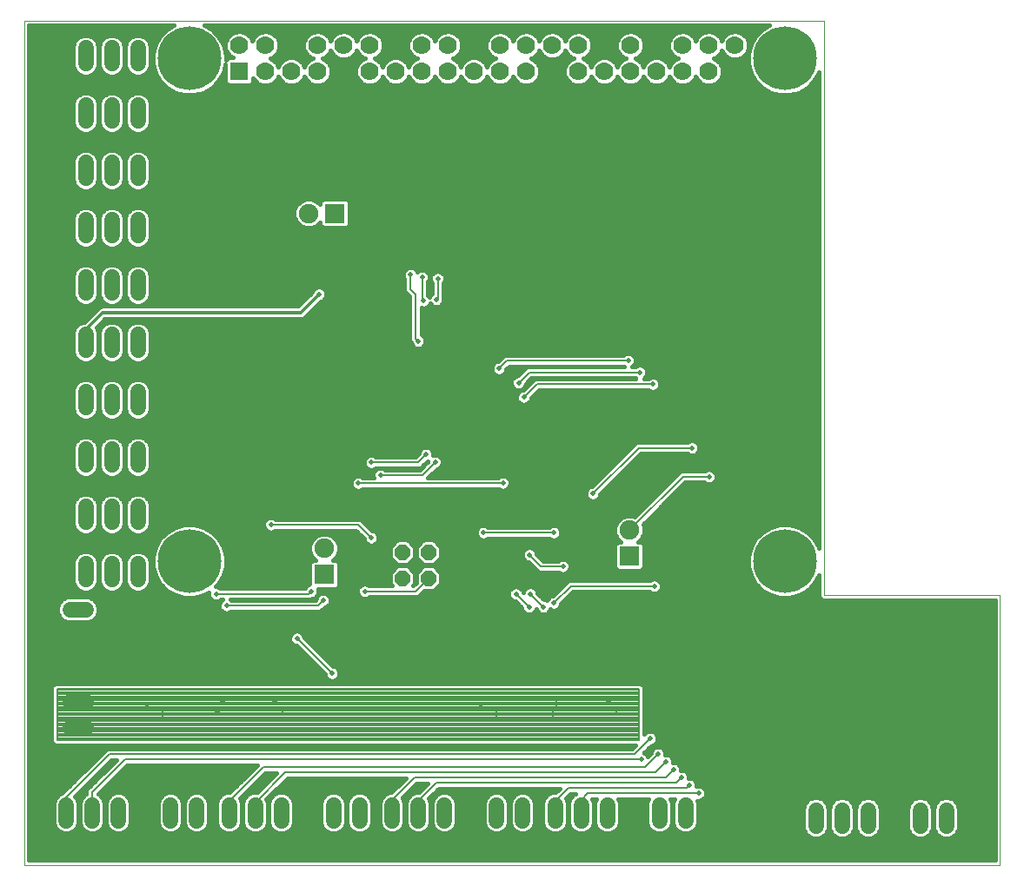
<source format=gbl>
G75*
%MOIN*%
%OFA0B0*%
%FSLAX25Y25*%
%IPPOS*%
%LPD*%
%AMOC8*
5,1,8,0,0,1.08239X$1,22.5*
%
%ADD10C,0.00000*%
%ADD11R,0.07000X0.07000*%
%ADD12C,0.07000*%
%ADD13C,0.24409*%
%ADD14C,0.06000*%
%ADD15R,0.07500X0.07500*%
%ADD16C,0.07500*%
%ADD17OC8,0.06000*%
%ADD18C,0.01600*%
%ADD19C,0.01950*%
%ADD20C,0.00800*%
%ADD21C,0.01200*%
%ADD22C,0.01300*%
D10*
X0034500Y0035000D02*
X0034500Y0359000D01*
X0341000Y0359000D01*
X0341000Y0138500D01*
X0408516Y0138500D01*
X0408516Y0035000D01*
X0034500Y0035000D01*
D11*
X0116906Y0339437D03*
D12*
X0116906Y0349437D03*
X0126906Y0349437D03*
X0136906Y0349437D03*
X0146906Y0349437D03*
X0156906Y0349437D03*
X0166906Y0349437D03*
X0176906Y0349437D03*
X0186906Y0349437D03*
X0186906Y0339437D03*
X0176906Y0339437D03*
X0166906Y0339437D03*
X0156906Y0339437D03*
X0146906Y0339437D03*
X0136906Y0339437D03*
X0126906Y0339437D03*
X0196906Y0339437D03*
X0206906Y0339437D03*
X0216906Y0339437D03*
X0226906Y0339437D03*
X0236906Y0339437D03*
X0246906Y0339437D03*
X0256906Y0339437D03*
X0266906Y0339437D03*
X0266906Y0349437D03*
X0256906Y0349437D03*
X0246906Y0349437D03*
X0236906Y0349437D03*
X0226906Y0349437D03*
X0216906Y0349437D03*
X0206906Y0349437D03*
X0196906Y0349437D03*
X0276906Y0349437D03*
X0286906Y0349437D03*
X0296906Y0349437D03*
X0306906Y0349437D03*
X0306906Y0339437D03*
X0296906Y0339437D03*
X0286906Y0339437D03*
X0276906Y0339437D03*
D13*
X0326079Y0344437D03*
X0326079Y0151524D03*
X0097732Y0151524D03*
X0097732Y0344437D03*
D14*
X0078000Y0342500D02*
X0078000Y0348500D01*
X0068000Y0348500D02*
X0068000Y0342500D01*
X0058000Y0342500D02*
X0058000Y0348500D01*
X0048000Y0348500D02*
X0048000Y0342500D01*
X0048000Y0326500D02*
X0048000Y0320500D01*
X0058000Y0320500D02*
X0058000Y0326500D01*
X0068000Y0326500D02*
X0068000Y0320500D01*
X0078000Y0320500D02*
X0078000Y0326500D01*
X0078000Y0304500D02*
X0078000Y0298500D01*
X0068000Y0298500D02*
X0068000Y0304500D01*
X0058000Y0304500D02*
X0058000Y0298500D01*
X0048000Y0298500D02*
X0048000Y0304500D01*
X0048000Y0282500D02*
X0048000Y0276500D01*
X0058000Y0276500D02*
X0058000Y0282500D01*
X0068000Y0282500D02*
X0068000Y0276500D01*
X0078000Y0276500D02*
X0078000Y0282500D01*
X0078000Y0260500D02*
X0078000Y0254500D01*
X0068000Y0254500D02*
X0068000Y0260500D01*
X0058000Y0260500D02*
X0058000Y0254500D01*
X0048000Y0254500D02*
X0048000Y0260500D01*
X0048000Y0238500D02*
X0048000Y0232500D01*
X0058000Y0232500D02*
X0058000Y0238500D01*
X0068000Y0238500D02*
X0068000Y0232500D01*
X0078000Y0232500D02*
X0078000Y0238500D01*
X0078000Y0216500D02*
X0078000Y0210500D01*
X0068000Y0210500D02*
X0068000Y0216500D01*
X0058000Y0216500D02*
X0058000Y0210500D01*
X0048000Y0210500D02*
X0048000Y0216500D01*
X0048000Y0194500D02*
X0048000Y0188500D01*
X0058000Y0188500D02*
X0058000Y0194500D01*
X0068000Y0194500D02*
X0068000Y0188500D01*
X0078000Y0188500D02*
X0078000Y0194500D01*
X0078000Y0172500D02*
X0078000Y0166500D01*
X0068000Y0166500D02*
X0068000Y0172500D01*
X0058000Y0172500D02*
X0058000Y0166500D01*
X0048000Y0166500D02*
X0048000Y0172500D01*
X0048000Y0150500D02*
X0048000Y0144500D01*
X0058000Y0144500D02*
X0058000Y0150500D01*
X0068000Y0150500D02*
X0068000Y0144500D01*
X0078000Y0144500D02*
X0078000Y0150500D01*
X0058000Y0133000D02*
X0052000Y0133000D01*
X0052000Y0123000D02*
X0058000Y0123000D01*
X0058169Y0107728D02*
X0052169Y0107728D01*
X0052169Y0097728D02*
X0058169Y0097728D01*
X0058169Y0087728D02*
X0052169Y0087728D01*
X0052169Y0077728D02*
X0058169Y0077728D01*
X0060500Y0058000D02*
X0060500Y0052000D01*
X0050500Y0052000D02*
X0050500Y0058000D01*
X0070500Y0058000D02*
X0070500Y0052000D01*
X0080500Y0052000D02*
X0080500Y0058000D01*
X0090500Y0058000D02*
X0090500Y0052000D01*
X0100500Y0052000D02*
X0100500Y0058000D01*
X0113000Y0058000D02*
X0113000Y0052000D01*
X0123000Y0052000D02*
X0123000Y0058000D01*
X0133000Y0058000D02*
X0133000Y0052000D01*
X0143000Y0052000D02*
X0143000Y0058000D01*
X0153000Y0058000D02*
X0153000Y0052000D01*
X0163000Y0052000D02*
X0163000Y0058000D01*
X0175500Y0058000D02*
X0175500Y0052000D01*
X0185500Y0052000D02*
X0185500Y0058000D01*
X0195500Y0058000D02*
X0195500Y0052000D01*
X0205500Y0052000D02*
X0205500Y0058000D01*
X0215500Y0058000D02*
X0215500Y0052000D01*
X0225500Y0052000D02*
X0225500Y0058000D01*
X0238000Y0058000D02*
X0238000Y0052000D01*
X0248000Y0052000D02*
X0248000Y0058000D01*
X0258000Y0058000D02*
X0258000Y0052000D01*
X0268000Y0052000D02*
X0268000Y0058000D01*
X0278000Y0058000D02*
X0278000Y0052000D01*
X0288000Y0052000D02*
X0288000Y0058000D01*
X0338000Y0056000D02*
X0338000Y0050000D01*
X0348000Y0050000D02*
X0348000Y0056000D01*
X0358000Y0056000D02*
X0358000Y0050000D01*
X0368000Y0050000D02*
X0368000Y0056000D01*
X0378000Y0056000D02*
X0378000Y0050000D01*
X0388000Y0050000D02*
X0388000Y0056000D01*
D15*
X0266500Y0153500D03*
X0149500Y0146500D03*
X0153500Y0285000D03*
D16*
X0143500Y0285000D03*
X0266500Y0163500D03*
X0149500Y0156500D03*
D17*
X0179500Y0155000D03*
X0179500Y0145000D03*
X0189500Y0145000D03*
X0189500Y0155000D03*
X0199500Y0155000D03*
X0199500Y0145000D03*
D18*
X0194300Y0145297D02*
X0313502Y0145297D01*
X0313028Y0146118D02*
X0314872Y0142925D01*
X0317480Y0140317D01*
X0320673Y0138473D01*
X0324235Y0137519D01*
X0327922Y0137519D01*
X0331484Y0138473D01*
X0334678Y0140317D01*
X0337285Y0142925D01*
X0339129Y0146118D01*
X0339200Y0146383D01*
X0339200Y0137754D01*
X0340254Y0136700D01*
X0406716Y0136700D01*
X0406716Y0036800D01*
X0036300Y0036800D01*
X0036300Y0357200D01*
X0091829Y0357200D01*
X0089133Y0355644D01*
X0086526Y0353036D01*
X0084682Y0349843D01*
X0083728Y0346281D01*
X0083728Y0342593D01*
X0084682Y0339031D01*
X0086526Y0335838D01*
X0089133Y0333230D01*
X0092327Y0331387D01*
X0095889Y0330432D01*
X0099576Y0330432D01*
X0103138Y0331387D01*
X0106331Y0333230D01*
X0108939Y0335838D01*
X0110783Y0339031D01*
X0111606Y0342103D01*
X0111606Y0335191D01*
X0112660Y0334137D01*
X0121151Y0334137D01*
X0122205Y0335191D01*
X0122205Y0336934D01*
X0122412Y0336435D01*
X0123903Y0334944D01*
X0125851Y0334137D01*
X0127960Y0334137D01*
X0129908Y0334944D01*
X0131399Y0336435D01*
X0131905Y0337659D01*
X0132412Y0336435D01*
X0133903Y0334944D01*
X0135851Y0334137D01*
X0137960Y0334137D01*
X0139908Y0334944D01*
X0141399Y0336435D01*
X0141905Y0337659D01*
X0142412Y0336435D01*
X0143903Y0334944D01*
X0145851Y0334137D01*
X0147960Y0334137D01*
X0149908Y0334944D01*
X0151399Y0336435D01*
X0152205Y0338383D01*
X0152205Y0340491D01*
X0151399Y0342439D01*
X0149908Y0343930D01*
X0148684Y0344437D01*
X0149908Y0344944D01*
X0151399Y0346435D01*
X0151905Y0347659D01*
X0152412Y0346435D01*
X0153903Y0344944D01*
X0155851Y0344137D01*
X0157960Y0344137D01*
X0159908Y0344944D01*
X0161399Y0346435D01*
X0161905Y0347659D01*
X0162412Y0346435D01*
X0163903Y0344944D01*
X0165127Y0344437D01*
X0163903Y0343930D01*
X0162412Y0342439D01*
X0161606Y0340491D01*
X0161606Y0338383D01*
X0162412Y0336435D01*
X0163903Y0334944D01*
X0165851Y0334137D01*
X0167960Y0334137D01*
X0169908Y0334944D01*
X0171399Y0336435D01*
X0171905Y0337659D01*
X0172412Y0336435D01*
X0173903Y0334944D01*
X0175851Y0334137D01*
X0177960Y0334137D01*
X0179908Y0334944D01*
X0181399Y0336435D01*
X0181905Y0337659D01*
X0182412Y0336435D01*
X0183903Y0334944D01*
X0185851Y0334137D01*
X0187960Y0334137D01*
X0189908Y0334944D01*
X0191399Y0336435D01*
X0191905Y0337659D01*
X0192412Y0336435D01*
X0193903Y0334944D01*
X0195851Y0334137D01*
X0197960Y0334137D01*
X0199908Y0334944D01*
X0201399Y0336435D01*
X0201905Y0337659D01*
X0202412Y0336435D01*
X0203903Y0334944D01*
X0205851Y0334137D01*
X0207960Y0334137D01*
X0209908Y0334944D01*
X0211399Y0336435D01*
X0211905Y0337659D01*
X0212412Y0336435D01*
X0213903Y0334944D01*
X0215851Y0334137D01*
X0217960Y0334137D01*
X0219908Y0334944D01*
X0221399Y0336435D01*
X0221905Y0337659D01*
X0222412Y0336435D01*
X0223903Y0334944D01*
X0225851Y0334137D01*
X0227960Y0334137D01*
X0229908Y0334944D01*
X0231399Y0336435D01*
X0232205Y0338383D01*
X0232205Y0340491D01*
X0231399Y0342439D01*
X0229908Y0343930D01*
X0228684Y0344437D01*
X0229908Y0344944D01*
X0231399Y0346435D01*
X0231905Y0347659D01*
X0232412Y0346435D01*
X0233903Y0344944D01*
X0235851Y0344137D01*
X0237960Y0344137D01*
X0239908Y0344944D01*
X0241399Y0346435D01*
X0241905Y0347659D01*
X0242412Y0346435D01*
X0243903Y0344944D01*
X0245127Y0344437D01*
X0243903Y0343930D01*
X0242412Y0342439D01*
X0241606Y0340491D01*
X0241606Y0338383D01*
X0242412Y0336435D01*
X0243903Y0334944D01*
X0245851Y0334137D01*
X0247960Y0334137D01*
X0249908Y0334944D01*
X0251399Y0336435D01*
X0251905Y0337659D01*
X0252412Y0336435D01*
X0253903Y0334944D01*
X0255851Y0334137D01*
X0257960Y0334137D01*
X0259908Y0334944D01*
X0261399Y0336435D01*
X0261905Y0337659D01*
X0262412Y0336435D01*
X0263903Y0334944D01*
X0265851Y0334137D01*
X0267960Y0334137D01*
X0269908Y0334944D01*
X0271399Y0336435D01*
X0271905Y0337659D01*
X0272412Y0336435D01*
X0273903Y0334944D01*
X0275851Y0334137D01*
X0277960Y0334137D01*
X0279908Y0334944D01*
X0281399Y0336435D01*
X0281905Y0337659D01*
X0282412Y0336435D01*
X0283903Y0334944D01*
X0285851Y0334137D01*
X0287960Y0334137D01*
X0289908Y0334944D01*
X0291399Y0336435D01*
X0291905Y0337659D01*
X0292412Y0336435D01*
X0293903Y0334944D01*
X0295851Y0334137D01*
X0297960Y0334137D01*
X0299908Y0334944D01*
X0301399Y0336435D01*
X0302205Y0338383D01*
X0302205Y0340491D01*
X0301399Y0342439D01*
X0299908Y0343930D01*
X0298684Y0344437D01*
X0299908Y0344944D01*
X0301399Y0346435D01*
X0301906Y0347659D01*
X0302412Y0346435D01*
X0303903Y0344944D01*
X0305851Y0344137D01*
X0307960Y0344137D01*
X0309908Y0344944D01*
X0311399Y0346435D01*
X0312205Y0348383D01*
X0312205Y0350491D01*
X0311399Y0352439D01*
X0309908Y0353930D01*
X0307960Y0354737D01*
X0305851Y0354737D01*
X0303903Y0353930D01*
X0302412Y0352439D01*
X0301906Y0351215D01*
X0301399Y0352439D01*
X0299908Y0353930D01*
X0297960Y0354737D01*
X0295851Y0354737D01*
X0293903Y0353930D01*
X0292412Y0352439D01*
X0291905Y0351215D01*
X0291399Y0352439D01*
X0289908Y0353930D01*
X0287960Y0354737D01*
X0285851Y0354737D01*
X0283903Y0353930D01*
X0282412Y0352439D01*
X0281606Y0350491D01*
X0281606Y0348383D01*
X0282412Y0346435D01*
X0283903Y0344944D01*
X0285127Y0344437D01*
X0283903Y0343930D01*
X0282412Y0342439D01*
X0281905Y0341215D01*
X0281399Y0342439D01*
X0279908Y0343930D01*
X0277960Y0344737D01*
X0275851Y0344737D01*
X0273903Y0343930D01*
X0272412Y0342439D01*
X0271905Y0341215D01*
X0271399Y0342439D01*
X0269908Y0343930D01*
X0268684Y0344437D01*
X0269908Y0344944D01*
X0271399Y0346435D01*
X0272205Y0348383D01*
X0272205Y0350491D01*
X0271399Y0352439D01*
X0269908Y0353930D01*
X0267960Y0354737D01*
X0265851Y0354737D01*
X0263903Y0353930D01*
X0262412Y0352439D01*
X0261606Y0350491D01*
X0261606Y0348383D01*
X0262412Y0346435D01*
X0263903Y0344944D01*
X0265127Y0344437D01*
X0263903Y0343930D01*
X0262412Y0342439D01*
X0261905Y0341215D01*
X0261399Y0342439D01*
X0259908Y0343930D01*
X0257960Y0344737D01*
X0255851Y0344737D01*
X0253903Y0343930D01*
X0252412Y0342439D01*
X0251905Y0341215D01*
X0251399Y0342439D01*
X0249908Y0343930D01*
X0248684Y0344437D01*
X0249908Y0344944D01*
X0251399Y0346435D01*
X0252205Y0348383D01*
X0252205Y0350491D01*
X0251399Y0352439D01*
X0249908Y0353930D01*
X0247960Y0354737D01*
X0245851Y0354737D01*
X0243903Y0353930D01*
X0242412Y0352439D01*
X0241905Y0351215D01*
X0241399Y0352439D01*
X0239908Y0353930D01*
X0237960Y0354737D01*
X0235851Y0354737D01*
X0233903Y0353930D01*
X0232412Y0352439D01*
X0231905Y0351215D01*
X0231399Y0352439D01*
X0229908Y0353930D01*
X0227960Y0354737D01*
X0225851Y0354737D01*
X0223903Y0353930D01*
X0222412Y0352439D01*
X0221905Y0351215D01*
X0221399Y0352439D01*
X0219908Y0353930D01*
X0217960Y0354737D01*
X0215851Y0354737D01*
X0213903Y0353930D01*
X0212412Y0352439D01*
X0211606Y0350491D01*
X0211606Y0348383D01*
X0212412Y0346435D01*
X0213903Y0344944D01*
X0215127Y0344437D01*
X0213903Y0343930D01*
X0212412Y0342439D01*
X0211905Y0341215D01*
X0211399Y0342439D01*
X0209908Y0343930D01*
X0207960Y0344737D01*
X0205851Y0344737D01*
X0203903Y0343930D01*
X0202412Y0342439D01*
X0201905Y0341215D01*
X0201399Y0342439D01*
X0199908Y0343930D01*
X0198684Y0344437D01*
X0199908Y0344944D01*
X0201399Y0346435D01*
X0202205Y0348383D01*
X0202205Y0350491D01*
X0201399Y0352439D01*
X0199908Y0353930D01*
X0197960Y0354737D01*
X0195851Y0354737D01*
X0193903Y0353930D01*
X0192412Y0352439D01*
X0191905Y0351215D01*
X0191399Y0352439D01*
X0189908Y0353930D01*
X0187960Y0354737D01*
X0185851Y0354737D01*
X0183903Y0353930D01*
X0182412Y0352439D01*
X0181606Y0350491D01*
X0181606Y0348383D01*
X0182412Y0346435D01*
X0183903Y0344944D01*
X0185127Y0344437D01*
X0183903Y0343930D01*
X0182412Y0342439D01*
X0181905Y0341215D01*
X0181399Y0342439D01*
X0179908Y0343930D01*
X0177960Y0344737D01*
X0175851Y0344737D01*
X0173903Y0343930D01*
X0172412Y0342439D01*
X0171905Y0341215D01*
X0171399Y0342439D01*
X0169908Y0343930D01*
X0168684Y0344437D01*
X0169908Y0344944D01*
X0171399Y0346435D01*
X0172205Y0348383D01*
X0172205Y0350491D01*
X0171399Y0352439D01*
X0169908Y0353930D01*
X0167960Y0354737D01*
X0165851Y0354737D01*
X0163903Y0353930D01*
X0162412Y0352439D01*
X0161905Y0351215D01*
X0161399Y0352439D01*
X0159908Y0353930D01*
X0157960Y0354737D01*
X0155851Y0354737D01*
X0153903Y0353930D01*
X0152412Y0352439D01*
X0151905Y0351215D01*
X0151399Y0352439D01*
X0149908Y0353930D01*
X0147960Y0354737D01*
X0145851Y0354737D01*
X0143903Y0353930D01*
X0142412Y0352439D01*
X0141606Y0350491D01*
X0141606Y0348383D01*
X0142412Y0346435D01*
X0143903Y0344944D01*
X0145127Y0344437D01*
X0143903Y0343930D01*
X0142412Y0342439D01*
X0141905Y0341215D01*
X0141399Y0342439D01*
X0139908Y0343930D01*
X0137960Y0344737D01*
X0135851Y0344737D01*
X0133903Y0343930D01*
X0132412Y0342439D01*
X0131905Y0341215D01*
X0131399Y0342439D01*
X0129908Y0343930D01*
X0128684Y0344437D01*
X0129908Y0344944D01*
X0131399Y0346435D01*
X0132205Y0348383D01*
X0132205Y0350491D01*
X0131399Y0352439D01*
X0129908Y0353930D01*
X0127960Y0354737D01*
X0125851Y0354737D01*
X0123903Y0353930D01*
X0122412Y0352439D01*
X0121905Y0351215D01*
X0121399Y0352439D01*
X0119908Y0353930D01*
X0117960Y0354737D01*
X0115851Y0354737D01*
X0113903Y0353930D01*
X0112412Y0352439D01*
X0111606Y0350491D01*
X0111606Y0348383D01*
X0112412Y0346435D01*
X0113903Y0344944D01*
X0114403Y0344737D01*
X0112660Y0344737D01*
X0111737Y0343814D01*
X0111737Y0346281D01*
X0110783Y0349843D01*
X0108939Y0353036D01*
X0106331Y0355644D01*
X0103636Y0357200D01*
X0320175Y0357200D01*
X0317480Y0355644D01*
X0314872Y0353036D01*
X0313028Y0349843D01*
X0312074Y0346281D01*
X0312074Y0342593D01*
X0313028Y0339031D01*
X0314872Y0335838D01*
X0317480Y0333230D01*
X0320673Y0331387D01*
X0324235Y0330432D01*
X0327922Y0330432D01*
X0331484Y0331387D01*
X0334678Y0333230D01*
X0337285Y0335838D01*
X0339129Y0339031D01*
X0339200Y0339296D01*
X0339200Y0156664D01*
X0339129Y0156929D01*
X0337285Y0160123D01*
X0334678Y0162730D01*
X0331484Y0164574D01*
X0327922Y0165528D01*
X0324235Y0165528D01*
X0320673Y0164574D01*
X0317480Y0162730D01*
X0314872Y0160123D01*
X0313028Y0156929D01*
X0312074Y0153367D01*
X0312074Y0149680D01*
X0313028Y0146118D01*
X0312820Y0146896D02*
X0241964Y0146896D01*
X0241552Y0146725D02*
X0242572Y0147147D01*
X0243353Y0147928D01*
X0243775Y0148948D01*
X0243775Y0150052D01*
X0243353Y0151072D01*
X0242572Y0151853D01*
X0241552Y0152275D01*
X0240448Y0152275D01*
X0239428Y0151853D01*
X0239276Y0151700D01*
X0233511Y0151700D01*
X0230875Y0154336D01*
X0230875Y0154552D01*
X0230453Y0155572D01*
X0229672Y0156353D01*
X0228652Y0156775D01*
X0227548Y0156775D01*
X0226528Y0156353D01*
X0225747Y0155572D01*
X0225325Y0154552D01*
X0225325Y0153448D01*
X0225747Y0152428D01*
X0226528Y0151647D01*
X0227548Y0151225D01*
X0227764Y0151225D01*
X0230400Y0148589D01*
X0230400Y0148589D01*
X0231689Y0147300D01*
X0239276Y0147300D01*
X0239428Y0147147D01*
X0240448Y0146725D01*
X0241552Y0146725D01*
X0240036Y0146896D02*
X0194300Y0146896D01*
X0194300Y0146988D02*
X0191488Y0149800D01*
X0187512Y0149800D01*
X0184700Y0146988D01*
X0184700Y0143311D01*
X0183589Y0142200D01*
X0183488Y0142200D01*
X0184300Y0143012D01*
X0184300Y0146988D01*
X0181488Y0149800D01*
X0177512Y0149800D01*
X0174700Y0146988D01*
X0174700Y0143012D01*
X0175512Y0142200D01*
X0166724Y0142200D01*
X0166572Y0142353D01*
X0165552Y0142775D01*
X0164448Y0142775D01*
X0163428Y0142353D01*
X0162647Y0141572D01*
X0162225Y0140552D01*
X0162225Y0139448D01*
X0162647Y0138428D01*
X0163428Y0137647D01*
X0164448Y0137225D01*
X0165552Y0137225D01*
X0166572Y0137647D01*
X0166724Y0137800D01*
X0185411Y0137800D01*
X0187811Y0140200D01*
X0191488Y0140200D01*
X0194300Y0143012D01*
X0194300Y0146988D01*
X0192794Y0148494D02*
X0230494Y0148494D01*
X0228896Y0150093D02*
X0155050Y0150093D01*
X0155050Y0150996D02*
X0153996Y0152050D01*
X0152899Y0152050D01*
X0154205Y0153356D01*
X0155050Y0155396D01*
X0155050Y0157604D01*
X0154205Y0159644D01*
X0152644Y0161205D01*
X0150604Y0162050D01*
X0148396Y0162050D01*
X0146356Y0161205D01*
X0144795Y0159644D01*
X0143950Y0157604D01*
X0143950Y0155396D01*
X0144795Y0153356D01*
X0146101Y0152050D01*
X0145004Y0152050D01*
X0143950Y0150996D01*
X0143950Y0142775D01*
X0143948Y0142775D01*
X0142928Y0142353D01*
X0142147Y0141572D01*
X0141993Y0141200D01*
X0109724Y0141200D01*
X0109572Y0141353D01*
X0108552Y0141775D01*
X0107789Y0141775D01*
X0108939Y0142925D01*
X0110783Y0146118D01*
X0111737Y0149680D01*
X0111737Y0153367D01*
X0110783Y0156929D01*
X0108939Y0160123D01*
X0106331Y0162730D01*
X0103138Y0164574D01*
X0099576Y0165528D01*
X0095889Y0165528D01*
X0092327Y0164574D01*
X0089133Y0162730D01*
X0086526Y0160123D01*
X0084682Y0156929D01*
X0083728Y0153367D01*
X0083728Y0149680D01*
X0084682Y0146118D01*
X0086526Y0142925D01*
X0089133Y0140317D01*
X0092327Y0138473D01*
X0095889Y0137519D01*
X0099576Y0137519D01*
X0103138Y0138473D01*
X0105294Y0139718D01*
X0105225Y0139552D01*
X0105225Y0138448D01*
X0105647Y0137428D01*
X0106428Y0136647D01*
X0107448Y0136225D01*
X0108552Y0136225D01*
X0109572Y0136647D01*
X0109724Y0136800D01*
X0110376Y0136800D01*
X0109647Y0136072D01*
X0109225Y0135052D01*
X0109225Y0133948D01*
X0109647Y0132928D01*
X0110428Y0132147D01*
X0111448Y0131725D01*
X0112552Y0131725D01*
X0113572Y0132147D01*
X0113724Y0132300D01*
X0147911Y0132300D01*
X0149336Y0133725D01*
X0149552Y0133725D01*
X0150572Y0134147D01*
X0151353Y0134928D01*
X0151775Y0135948D01*
X0151775Y0137052D01*
X0151353Y0138072D01*
X0150572Y0138853D01*
X0149552Y0139275D01*
X0148448Y0139275D01*
X0147428Y0138853D01*
X0146647Y0138072D01*
X0146225Y0137052D01*
X0146225Y0136836D01*
X0146089Y0136700D01*
X0113724Y0136700D01*
X0113624Y0136800D01*
X0144411Y0136800D01*
X0144836Y0137225D01*
X0145052Y0137225D01*
X0146072Y0137647D01*
X0146853Y0138428D01*
X0147275Y0139448D01*
X0147275Y0140552D01*
X0147110Y0140950D01*
X0153996Y0140950D01*
X0155050Y0142004D01*
X0155050Y0150996D01*
X0154354Y0151691D02*
X0176020Y0151691D01*
X0174700Y0153012D02*
X0177512Y0150200D01*
X0181488Y0150200D01*
X0184300Y0153012D01*
X0184300Y0156988D01*
X0181488Y0159800D01*
X0177512Y0159800D01*
X0174700Y0156988D01*
X0174700Y0153012D01*
X0174700Y0153290D02*
X0154139Y0153290D01*
X0154840Y0154888D02*
X0174700Y0154888D01*
X0174700Y0156487D02*
X0155050Y0156487D01*
X0154851Y0158085D02*
X0166078Y0158085D01*
X0165928Y0158147D02*
X0166948Y0157725D01*
X0168052Y0157725D01*
X0169072Y0158147D01*
X0169853Y0158928D01*
X0170275Y0159948D01*
X0170275Y0161052D01*
X0169853Y0162072D01*
X0169072Y0162853D01*
X0168052Y0163275D01*
X0167836Y0163275D01*
X0163411Y0167700D01*
X0130724Y0167700D01*
X0130572Y0167853D01*
X0129552Y0168275D01*
X0128448Y0168275D01*
X0127428Y0167853D01*
X0126647Y0167072D01*
X0126225Y0166052D01*
X0126225Y0164948D01*
X0126647Y0163928D01*
X0127428Y0163147D01*
X0128448Y0162725D01*
X0129552Y0162725D01*
X0130572Y0163147D01*
X0130724Y0163300D01*
X0161589Y0163300D01*
X0164725Y0160164D01*
X0164725Y0159948D01*
X0165147Y0158928D01*
X0165928Y0158147D01*
X0164834Y0159684D02*
X0154165Y0159684D01*
X0152457Y0161282D02*
X0163606Y0161282D01*
X0162008Y0162881D02*
X0129928Y0162881D01*
X0128072Y0162881D02*
X0106070Y0162881D01*
X0107779Y0161282D02*
X0146543Y0161282D01*
X0144835Y0159684D02*
X0109192Y0159684D01*
X0110115Y0158085D02*
X0144149Y0158085D01*
X0143950Y0156487D02*
X0110901Y0156487D01*
X0111329Y0154888D02*
X0144160Y0154888D01*
X0144861Y0153290D02*
X0111737Y0153290D01*
X0111737Y0151691D02*
X0144646Y0151691D01*
X0143950Y0150093D02*
X0111737Y0150093D01*
X0111419Y0148494D02*
X0143950Y0148494D01*
X0143950Y0146896D02*
X0110991Y0146896D01*
X0110309Y0145297D02*
X0143950Y0145297D01*
X0143950Y0143699D02*
X0109386Y0143699D01*
X0108115Y0142100D02*
X0142676Y0142100D01*
X0147275Y0140502D02*
X0162225Y0140502D01*
X0162451Y0138903D02*
X0150449Y0138903D01*
X0151670Y0137305D02*
X0164256Y0137305D01*
X0165744Y0137305D02*
X0220771Y0137305D01*
X0220647Y0137428D02*
X0221428Y0136647D01*
X0222448Y0136225D01*
X0222664Y0136225D01*
X0225225Y0133664D01*
X0225225Y0133448D01*
X0225647Y0132428D01*
X0226428Y0131647D01*
X0227448Y0131225D01*
X0228552Y0131225D01*
X0229572Y0131647D01*
X0230353Y0132428D01*
X0230750Y0133388D01*
X0231147Y0132428D01*
X0231928Y0131647D01*
X0232948Y0131225D01*
X0234052Y0131225D01*
X0235072Y0131647D01*
X0235853Y0132428D01*
X0236118Y0133069D01*
X0236948Y0132725D01*
X0238052Y0132725D01*
X0239072Y0133147D01*
X0239853Y0133928D01*
X0240275Y0134948D01*
X0240275Y0135164D01*
X0244911Y0139800D01*
X0274276Y0139800D01*
X0274428Y0139647D01*
X0275448Y0139225D01*
X0276552Y0139225D01*
X0277572Y0139647D01*
X0278353Y0140428D01*
X0278775Y0141448D01*
X0278775Y0142552D01*
X0278353Y0143572D01*
X0277572Y0144353D01*
X0276552Y0144775D01*
X0275448Y0144775D01*
X0274428Y0144353D01*
X0274276Y0144200D01*
X0243089Y0144200D01*
X0237164Y0138275D01*
X0236948Y0138275D01*
X0235928Y0137853D01*
X0235147Y0137072D01*
X0234882Y0136431D01*
X0234052Y0136775D01*
X0233836Y0136775D01*
X0231275Y0139336D01*
X0231275Y0139552D01*
X0230853Y0140572D01*
X0230072Y0141353D01*
X0229052Y0141775D01*
X0227948Y0141775D01*
X0226928Y0141353D01*
X0226147Y0140572D01*
X0225750Y0139612D01*
X0225353Y0140572D01*
X0224572Y0141353D01*
X0223552Y0141775D01*
X0222448Y0141775D01*
X0221428Y0141353D01*
X0220647Y0140572D01*
X0220225Y0139552D01*
X0220225Y0138448D01*
X0220647Y0137428D01*
X0220225Y0138903D02*
X0186515Y0138903D01*
X0184700Y0143699D02*
X0184300Y0143699D01*
X0184300Y0145297D02*
X0184700Y0145297D01*
X0184700Y0146896D02*
X0184300Y0146896D01*
X0182794Y0148494D02*
X0186206Y0148494D01*
X0187512Y0150200D02*
X0184700Y0153012D01*
X0184700Y0156988D01*
X0187512Y0159800D01*
X0191488Y0159800D01*
X0194300Y0156988D01*
X0194300Y0153012D01*
X0191488Y0150200D01*
X0187512Y0150200D01*
X0186020Y0151691D02*
X0182980Y0151691D01*
X0184300Y0153290D02*
X0184700Y0153290D01*
X0184700Y0154888D02*
X0184300Y0154888D01*
X0184300Y0156487D02*
X0184700Y0156487D01*
X0185797Y0158085D02*
X0183203Y0158085D01*
X0181604Y0159684D02*
X0187396Y0159684D01*
X0191604Y0159684D02*
X0262467Y0159684D01*
X0262004Y0159050D02*
X0260950Y0157996D01*
X0260950Y0149004D01*
X0262004Y0147950D01*
X0270996Y0147950D01*
X0272050Y0149004D01*
X0272050Y0157996D01*
X0270996Y0159050D01*
X0269899Y0159050D01*
X0271205Y0160356D01*
X0272050Y0162396D01*
X0272050Y0164604D01*
X0271659Y0165548D01*
X0287911Y0181800D01*
X0295276Y0181800D01*
X0295428Y0181647D01*
X0296448Y0181225D01*
X0297552Y0181225D01*
X0298572Y0181647D01*
X0299353Y0182428D01*
X0299775Y0183448D01*
X0299775Y0184552D01*
X0299353Y0185572D01*
X0298572Y0186353D01*
X0297552Y0186775D01*
X0296448Y0186775D01*
X0295428Y0186353D01*
X0295276Y0186200D01*
X0286089Y0186200D01*
X0284800Y0184911D01*
X0268548Y0168659D01*
X0267604Y0169050D01*
X0265396Y0169050D01*
X0263356Y0168205D01*
X0261795Y0166644D01*
X0260950Y0164604D01*
X0260950Y0162396D01*
X0261795Y0160356D01*
X0263101Y0159050D01*
X0262004Y0159050D01*
X0261040Y0158085D02*
X0193203Y0158085D01*
X0194300Y0156487D02*
X0226852Y0156487D01*
X0225464Y0154888D02*
X0194300Y0154888D01*
X0194300Y0153290D02*
X0225391Y0153290D01*
X0226484Y0151691D02*
X0192980Y0151691D01*
X0194300Y0143699D02*
X0242587Y0143699D01*
X0240989Y0142100D02*
X0193388Y0142100D01*
X0191790Y0140502D02*
X0220618Y0140502D01*
X0225382Y0140502D02*
X0226118Y0140502D01*
X0230882Y0140502D02*
X0239390Y0140502D01*
X0237792Y0138903D02*
X0231708Y0138903D01*
X0233307Y0137305D02*
X0235380Y0137305D01*
X0235886Y0132509D02*
X0406716Y0132509D01*
X0406716Y0130911D02*
X0062330Y0130911D01*
X0062069Y0130281D02*
X0062800Y0132045D01*
X0062800Y0133955D01*
X0062069Y0135719D01*
X0060719Y0137069D01*
X0058955Y0137800D01*
X0051045Y0137800D01*
X0049281Y0137069D01*
X0047931Y0135719D01*
X0047200Y0133955D01*
X0047200Y0132045D01*
X0047931Y0130281D01*
X0049281Y0128931D01*
X0051045Y0128200D01*
X0058955Y0128200D01*
X0060719Y0128931D01*
X0062069Y0130281D01*
X0061100Y0129312D02*
X0406716Y0129312D01*
X0406716Y0127714D02*
X0036300Y0127714D01*
X0036300Y0129312D02*
X0048900Y0129312D01*
X0047670Y0130911D02*
X0036300Y0130911D01*
X0036300Y0132509D02*
X0047200Y0132509D01*
X0047263Y0134108D02*
X0036300Y0134108D01*
X0036300Y0135706D02*
X0047925Y0135706D01*
X0049850Y0137305D02*
X0036300Y0137305D01*
X0036300Y0138903D02*
X0091582Y0138903D01*
X0088948Y0140502D02*
X0080790Y0140502D01*
X0080719Y0140431D02*
X0082069Y0141781D01*
X0082800Y0143545D01*
X0082800Y0151455D01*
X0082069Y0153219D01*
X0080719Y0154569D01*
X0078955Y0155300D01*
X0077045Y0155300D01*
X0075281Y0154569D01*
X0073931Y0153219D01*
X0073200Y0151455D01*
X0073200Y0143545D01*
X0073931Y0141781D01*
X0075281Y0140431D01*
X0077045Y0139700D01*
X0078955Y0139700D01*
X0080719Y0140431D01*
X0082201Y0142100D02*
X0087350Y0142100D01*
X0086079Y0143699D02*
X0082800Y0143699D01*
X0082800Y0145297D02*
X0085156Y0145297D01*
X0084474Y0146896D02*
X0082800Y0146896D01*
X0082800Y0148494D02*
X0084045Y0148494D01*
X0083728Y0150093D02*
X0082800Y0150093D01*
X0082702Y0151691D02*
X0083728Y0151691D01*
X0083728Y0153290D02*
X0081998Y0153290D01*
X0079949Y0154888D02*
X0084135Y0154888D01*
X0084563Y0156487D02*
X0036300Y0156487D01*
X0036300Y0158085D02*
X0085349Y0158085D01*
X0086272Y0159684D02*
X0036300Y0159684D01*
X0036300Y0161282D02*
X0087685Y0161282D01*
X0089394Y0162881D02*
X0081169Y0162881D01*
X0080719Y0162431D02*
X0082069Y0163781D01*
X0082800Y0165545D01*
X0082800Y0173455D01*
X0082069Y0175219D01*
X0080719Y0176569D01*
X0078955Y0177300D01*
X0077045Y0177300D01*
X0075281Y0176569D01*
X0073931Y0175219D01*
X0073200Y0173455D01*
X0073200Y0165545D01*
X0073931Y0163781D01*
X0075281Y0162431D01*
X0077045Y0161700D01*
X0078955Y0161700D01*
X0080719Y0162431D01*
X0082359Y0164479D02*
X0092163Y0164479D01*
X0082800Y0166078D02*
X0126236Y0166078D01*
X0126419Y0164479D02*
X0103302Y0164479D01*
X0082800Y0167676D02*
X0127252Y0167676D01*
X0155050Y0148494D02*
X0176206Y0148494D01*
X0174700Y0146896D02*
X0155050Y0146896D01*
X0155050Y0145297D02*
X0174700Y0145297D01*
X0174700Y0143699D02*
X0155050Y0143699D01*
X0155050Y0142100D02*
X0163176Y0142100D01*
X0151675Y0135706D02*
X0223183Y0135706D01*
X0224781Y0134108D02*
X0150476Y0134108D01*
X0148120Y0132509D02*
X0225614Y0132509D01*
X0230386Y0132509D02*
X0231114Y0132509D01*
X0239927Y0134108D02*
X0406716Y0134108D01*
X0406716Y0135706D02*
X0240817Y0135706D01*
X0242416Y0137305D02*
X0339650Y0137305D01*
X0339200Y0138903D02*
X0332229Y0138903D01*
X0334863Y0140502D02*
X0339200Y0140502D01*
X0339200Y0142100D02*
X0336461Y0142100D01*
X0337732Y0143699D02*
X0339200Y0143699D01*
X0339200Y0145297D02*
X0338655Y0145297D01*
X0338462Y0158085D02*
X0339200Y0158085D01*
X0339200Y0159684D02*
X0337539Y0159684D01*
X0336126Y0161282D02*
X0339200Y0161282D01*
X0339200Y0162881D02*
X0334417Y0162881D01*
X0331648Y0164479D02*
X0339200Y0164479D01*
X0339200Y0166078D02*
X0272189Y0166078D01*
X0272050Y0164479D02*
X0320509Y0164479D01*
X0317741Y0162881D02*
X0272050Y0162881D01*
X0271589Y0161282D02*
X0316032Y0161282D01*
X0314619Y0159684D02*
X0270533Y0159684D01*
X0271960Y0158085D02*
X0313696Y0158085D01*
X0312910Y0156487D02*
X0272050Y0156487D01*
X0272050Y0154888D02*
X0312482Y0154888D01*
X0312074Y0153290D02*
X0272050Y0153290D01*
X0272050Y0151691D02*
X0312074Y0151691D01*
X0312074Y0150093D02*
X0272050Y0150093D01*
X0271540Y0148494D02*
X0312392Y0148494D01*
X0314425Y0143699D02*
X0278226Y0143699D01*
X0278775Y0142100D02*
X0315696Y0142100D01*
X0317295Y0140502D02*
X0278383Y0140502D01*
X0261460Y0148494D02*
X0243587Y0148494D01*
X0243758Y0150093D02*
X0260950Y0150093D01*
X0260950Y0151691D02*
X0242733Y0151691D01*
X0239072Y0160147D02*
X0238052Y0159725D01*
X0236948Y0159725D01*
X0235928Y0160147D01*
X0235776Y0160300D01*
X0212224Y0160300D01*
X0212072Y0160147D01*
X0211052Y0159725D01*
X0209948Y0159725D01*
X0208928Y0160147D01*
X0208147Y0160928D01*
X0207725Y0161948D01*
X0207725Y0163052D01*
X0208147Y0164072D01*
X0208928Y0164853D01*
X0209948Y0165275D01*
X0211052Y0165275D01*
X0212072Y0164853D01*
X0212224Y0164700D01*
X0235776Y0164700D01*
X0235928Y0164853D01*
X0236948Y0165275D01*
X0238052Y0165275D01*
X0239072Y0164853D01*
X0239853Y0164072D01*
X0240275Y0163052D01*
X0240275Y0161948D01*
X0239853Y0160928D01*
X0239072Y0160147D01*
X0239999Y0161282D02*
X0261411Y0161282D01*
X0260950Y0162881D02*
X0240275Y0162881D01*
X0239445Y0164479D02*
X0260950Y0164479D01*
X0261561Y0166078D02*
X0165033Y0166078D01*
X0163435Y0167676D02*
X0262828Y0167676D01*
X0269164Y0169275D02*
X0082800Y0169275D01*
X0082800Y0170873D02*
X0270762Y0170873D01*
X0272361Y0172472D02*
X0082800Y0172472D01*
X0082545Y0174070D02*
X0273959Y0174070D01*
X0275558Y0175669D02*
X0254593Y0175669D01*
X0254853Y0175928D02*
X0255275Y0176948D01*
X0255275Y0177164D01*
X0270911Y0192800D01*
X0288776Y0192800D01*
X0288928Y0192647D01*
X0289948Y0192225D01*
X0291052Y0192225D01*
X0292072Y0192647D01*
X0292853Y0193428D01*
X0293275Y0194448D01*
X0293275Y0195552D01*
X0292853Y0196572D01*
X0292072Y0197353D01*
X0291052Y0197775D01*
X0289948Y0197775D01*
X0288928Y0197353D01*
X0288776Y0197200D01*
X0269089Y0197200D01*
X0267800Y0195911D01*
X0252164Y0180275D01*
X0251948Y0180275D01*
X0250928Y0179853D01*
X0250147Y0179072D01*
X0249725Y0178052D01*
X0249725Y0176948D01*
X0250147Y0175928D01*
X0250928Y0175147D01*
X0251948Y0174725D01*
X0253052Y0174725D01*
X0254072Y0175147D01*
X0254853Y0175928D01*
X0255379Y0177268D02*
X0277156Y0177268D01*
X0278755Y0178866D02*
X0256977Y0178866D01*
X0258576Y0180465D02*
X0280353Y0180465D01*
X0281952Y0182063D02*
X0260174Y0182063D01*
X0261773Y0183662D02*
X0283550Y0183662D01*
X0285149Y0185260D02*
X0263371Y0185260D01*
X0264970Y0186859D02*
X0339200Y0186859D01*
X0339200Y0188457D02*
X0266568Y0188457D01*
X0268167Y0190056D02*
X0339200Y0190056D01*
X0339200Y0191654D02*
X0269765Y0191654D01*
X0266740Y0194851D02*
X0190073Y0194851D01*
X0190072Y0194853D02*
X0189052Y0195275D01*
X0187948Y0195275D01*
X0186928Y0194853D01*
X0186147Y0194072D01*
X0185725Y0193052D01*
X0185725Y0192836D01*
X0184589Y0191700D01*
X0169224Y0191700D01*
X0169072Y0191853D01*
X0168052Y0192275D01*
X0166948Y0192275D01*
X0165928Y0191853D01*
X0165147Y0191072D01*
X0164725Y0190052D01*
X0164725Y0188948D01*
X0165147Y0187928D01*
X0165928Y0187147D01*
X0166948Y0186725D01*
X0168052Y0186725D01*
X0169072Y0187147D01*
X0169224Y0187300D01*
X0186411Y0187300D01*
X0188836Y0189725D01*
X0189052Y0189725D01*
X0189157Y0189769D01*
X0186089Y0186700D01*
X0172724Y0186700D01*
X0172572Y0186853D01*
X0171552Y0187275D01*
X0170448Y0187275D01*
X0169428Y0186853D01*
X0168647Y0186072D01*
X0168225Y0185052D01*
X0168225Y0183948D01*
X0168328Y0183700D01*
X0164224Y0183700D01*
X0164072Y0183853D01*
X0163052Y0184275D01*
X0161948Y0184275D01*
X0160928Y0183853D01*
X0160147Y0183072D01*
X0159725Y0182052D01*
X0159725Y0180948D01*
X0160147Y0179928D01*
X0160928Y0179147D01*
X0161948Y0178725D01*
X0163052Y0178725D01*
X0164072Y0179147D01*
X0164224Y0179300D01*
X0216276Y0179300D01*
X0216428Y0179147D01*
X0217448Y0178725D01*
X0218552Y0178725D01*
X0219572Y0179147D01*
X0220353Y0179928D01*
X0220775Y0180948D01*
X0220775Y0182052D01*
X0220353Y0183072D01*
X0219572Y0183853D01*
X0218552Y0184275D01*
X0217448Y0184275D01*
X0216428Y0183853D01*
X0216276Y0183700D01*
X0189311Y0183700D01*
X0192336Y0186725D01*
X0192552Y0186725D01*
X0193572Y0187147D01*
X0194353Y0187928D01*
X0194775Y0188948D01*
X0194775Y0190052D01*
X0194353Y0191072D01*
X0193572Y0191853D01*
X0192552Y0192275D01*
X0191448Y0192275D01*
X0191275Y0192203D01*
X0191275Y0193052D01*
X0190853Y0194072D01*
X0190072Y0194853D01*
X0191192Y0193253D02*
X0265141Y0193253D01*
X0263543Y0191654D02*
X0193770Y0191654D01*
X0194773Y0190056D02*
X0261944Y0190056D01*
X0260346Y0188457D02*
X0194572Y0188457D01*
X0192874Y0186859D02*
X0258747Y0186859D01*
X0257149Y0185260D02*
X0190871Y0185260D01*
X0187846Y0188457D02*
X0187568Y0188457D01*
X0186247Y0186859D02*
X0172557Y0186859D01*
X0169443Y0186859D02*
X0168374Y0186859D01*
X0168311Y0185260D02*
X0081548Y0185260D01*
X0082069Y0185781D02*
X0082800Y0187545D01*
X0082800Y0195455D01*
X0082069Y0197219D01*
X0080719Y0198569D01*
X0078955Y0199300D01*
X0077045Y0199300D01*
X0075281Y0198569D01*
X0073931Y0197219D01*
X0073200Y0195455D01*
X0073200Y0187545D01*
X0073931Y0185781D01*
X0075281Y0184431D01*
X0077045Y0183700D01*
X0078955Y0183700D01*
X0080719Y0184431D01*
X0082069Y0185781D01*
X0082516Y0186859D02*
X0166626Y0186859D01*
X0164928Y0188457D02*
X0082800Y0188457D01*
X0082800Y0190056D02*
X0164727Y0190056D01*
X0165730Y0191654D02*
X0082800Y0191654D01*
X0082800Y0193253D02*
X0185808Y0193253D01*
X0186927Y0194851D02*
X0082800Y0194851D01*
X0082388Y0196450D02*
X0268338Y0196450D01*
X0255550Y0183662D02*
X0219763Y0183662D01*
X0220770Y0182063D02*
X0253952Y0182063D01*
X0252353Y0180465D02*
X0220575Y0180465D01*
X0218892Y0178866D02*
X0250062Y0178866D01*
X0249725Y0177268D02*
X0079033Y0177268D01*
X0076967Y0177268D02*
X0069033Y0177268D01*
X0068955Y0177300D02*
X0067045Y0177300D01*
X0065281Y0176569D01*
X0063931Y0175219D01*
X0063200Y0173455D01*
X0063200Y0165545D01*
X0063931Y0163781D01*
X0065281Y0162431D01*
X0067045Y0161700D01*
X0068955Y0161700D01*
X0070719Y0162431D01*
X0072069Y0163781D01*
X0072800Y0165545D01*
X0072800Y0173455D01*
X0072069Y0175219D01*
X0070719Y0176569D01*
X0068955Y0177300D01*
X0066967Y0177268D02*
X0059033Y0177268D01*
X0058955Y0177300D02*
X0057045Y0177300D01*
X0055281Y0176569D01*
X0053931Y0175219D01*
X0053200Y0173455D01*
X0053200Y0165545D01*
X0053931Y0163781D01*
X0055281Y0162431D01*
X0057045Y0161700D01*
X0058955Y0161700D01*
X0060719Y0162431D01*
X0062069Y0163781D01*
X0062800Y0165545D01*
X0062800Y0173455D01*
X0062069Y0175219D01*
X0060719Y0176569D01*
X0058955Y0177300D01*
X0056967Y0177268D02*
X0036300Y0177268D01*
X0036300Y0178866D02*
X0161608Y0178866D01*
X0163392Y0178866D02*
X0217108Y0178866D01*
X0208555Y0164479D02*
X0166632Y0164479D01*
X0169003Y0162881D02*
X0207725Y0162881D01*
X0208001Y0161282D02*
X0170180Y0161282D01*
X0170166Y0159684D02*
X0177396Y0159684D01*
X0175797Y0158085D02*
X0168922Y0158085D01*
X0159925Y0180465D02*
X0036300Y0180465D01*
X0036300Y0182063D02*
X0159730Y0182063D01*
X0160737Y0183662D02*
X0036300Y0183662D01*
X0036300Y0185260D02*
X0054452Y0185260D01*
X0053931Y0185781D02*
X0055281Y0184431D01*
X0057045Y0183700D01*
X0058955Y0183700D01*
X0060719Y0184431D01*
X0062069Y0185781D01*
X0062800Y0187545D01*
X0062800Y0195455D01*
X0062069Y0197219D01*
X0060719Y0198569D01*
X0058955Y0199300D01*
X0057045Y0199300D01*
X0055281Y0198569D01*
X0053931Y0197219D01*
X0053200Y0195455D01*
X0053200Y0187545D01*
X0053931Y0185781D01*
X0053484Y0186859D02*
X0036300Y0186859D01*
X0036300Y0188457D02*
X0053200Y0188457D01*
X0053200Y0190056D02*
X0036300Y0190056D01*
X0036300Y0191654D02*
X0053200Y0191654D01*
X0053200Y0193253D02*
X0036300Y0193253D01*
X0036300Y0194851D02*
X0053200Y0194851D01*
X0053612Y0196450D02*
X0036300Y0196450D01*
X0036300Y0198048D02*
X0054760Y0198048D01*
X0061240Y0198048D02*
X0064760Y0198048D01*
X0065281Y0198569D02*
X0063931Y0197219D01*
X0063200Y0195455D01*
X0063200Y0187545D01*
X0063931Y0185781D01*
X0065281Y0184431D01*
X0067045Y0183700D01*
X0068955Y0183700D01*
X0070719Y0184431D01*
X0072069Y0185781D01*
X0072800Y0187545D01*
X0072800Y0195455D01*
X0072069Y0197219D01*
X0070719Y0198569D01*
X0068955Y0199300D01*
X0067045Y0199300D01*
X0065281Y0198569D01*
X0063612Y0196450D02*
X0062388Y0196450D01*
X0062800Y0194851D02*
X0063200Y0194851D01*
X0063200Y0193253D02*
X0062800Y0193253D01*
X0062800Y0191654D02*
X0063200Y0191654D01*
X0063200Y0190056D02*
X0062800Y0190056D01*
X0062800Y0188457D02*
X0063200Y0188457D01*
X0063484Y0186859D02*
X0062516Y0186859D01*
X0061548Y0185260D02*
X0064452Y0185260D01*
X0071548Y0185260D02*
X0074452Y0185260D01*
X0073484Y0186859D02*
X0072516Y0186859D01*
X0072800Y0188457D02*
X0073200Y0188457D01*
X0073200Y0190056D02*
X0072800Y0190056D01*
X0072800Y0191654D02*
X0073200Y0191654D01*
X0073200Y0193253D02*
X0072800Y0193253D01*
X0072800Y0194851D02*
X0073200Y0194851D01*
X0073612Y0196450D02*
X0072388Y0196450D01*
X0071240Y0198048D02*
X0074760Y0198048D01*
X0081240Y0198048D02*
X0339200Y0198048D01*
X0339200Y0196450D02*
X0292903Y0196450D01*
X0293275Y0194851D02*
X0339200Y0194851D01*
X0339200Y0193253D02*
X0292677Y0193253D01*
X0299482Y0185260D02*
X0339200Y0185260D01*
X0339200Y0183662D02*
X0299775Y0183662D01*
X0298987Y0182063D02*
X0339200Y0182063D01*
X0339200Y0180465D02*
X0286576Y0180465D01*
X0284977Y0178866D02*
X0339200Y0178866D01*
X0339200Y0177268D02*
X0283379Y0177268D01*
X0281780Y0175669D02*
X0339200Y0175669D01*
X0339200Y0174070D02*
X0280182Y0174070D01*
X0278583Y0172472D02*
X0339200Y0172472D01*
X0339200Y0170873D02*
X0276985Y0170873D01*
X0275386Y0169275D02*
X0339200Y0169275D01*
X0339200Y0167676D02*
X0273788Y0167676D01*
X0260950Y0156487D02*
X0229348Y0156487D01*
X0230736Y0154888D02*
X0260950Y0154888D01*
X0260950Y0153290D02*
X0231921Y0153290D01*
X0244015Y0138903D02*
X0319928Y0138903D01*
X0272200Y0103411D02*
X0270911Y0104700D01*
X0046089Y0104700D01*
X0044800Y0103411D01*
X0044800Y0082089D01*
X0046089Y0080800D01*
X0268689Y0080800D01*
X0267589Y0079700D01*
X0066089Y0079700D01*
X0049589Y0063200D01*
X0048937Y0062548D01*
X0047781Y0062069D01*
X0046431Y0060719D01*
X0045700Y0058955D01*
X0045700Y0051045D01*
X0046431Y0049281D01*
X0047781Y0047931D01*
X0049545Y0047200D01*
X0051455Y0047200D01*
X0053219Y0047931D01*
X0054569Y0049281D01*
X0055300Y0051045D01*
X0055300Y0058955D01*
X0054569Y0060719D01*
X0053950Y0061338D01*
X0067911Y0075300D01*
X0069689Y0075300D01*
X0059589Y0065200D01*
X0058300Y0063911D01*
X0058300Y0062284D01*
X0057781Y0062069D01*
X0056431Y0060719D01*
X0055700Y0058955D01*
X0055700Y0051045D01*
X0056431Y0049281D01*
X0057781Y0047931D01*
X0059545Y0047200D01*
X0061455Y0047200D01*
X0063219Y0047931D01*
X0064569Y0049281D01*
X0065300Y0051045D01*
X0065300Y0058955D01*
X0064569Y0060719D01*
X0063219Y0062069D01*
X0062838Y0062227D01*
X0073911Y0073300D01*
X0123689Y0073300D01*
X0113189Y0062800D01*
X0112045Y0062800D01*
X0110281Y0062069D01*
X0108931Y0060719D01*
X0108200Y0058955D01*
X0108200Y0051045D01*
X0108931Y0049281D01*
X0110281Y0047931D01*
X0112045Y0047200D01*
X0113955Y0047200D01*
X0115719Y0047931D01*
X0117069Y0049281D01*
X0117800Y0051045D01*
X0117800Y0058955D01*
X0117146Y0060534D01*
X0126911Y0070300D01*
X0131189Y0070300D01*
X0123689Y0062800D01*
X0122045Y0062800D01*
X0120281Y0062069D01*
X0118931Y0060719D01*
X0118200Y0058955D01*
X0118200Y0051045D01*
X0118931Y0049281D01*
X0120281Y0047931D01*
X0122045Y0047200D01*
X0123955Y0047200D01*
X0125719Y0047931D01*
X0127069Y0049281D01*
X0127800Y0051045D01*
X0127800Y0058955D01*
X0127292Y0060181D01*
X0135411Y0068300D01*
X0180689Y0068300D01*
X0175189Y0062800D01*
X0174545Y0062800D01*
X0172781Y0062069D01*
X0171431Y0060719D01*
X0170700Y0058955D01*
X0170700Y0051045D01*
X0171431Y0049281D01*
X0172781Y0047931D01*
X0174545Y0047200D01*
X0176455Y0047200D01*
X0178219Y0047931D01*
X0179569Y0049281D01*
X0180300Y0051045D01*
X0180300Y0058955D01*
X0179569Y0060719D01*
X0179450Y0060838D01*
X0184911Y0066300D01*
X0189189Y0066300D01*
X0185689Y0062800D01*
X0184545Y0062800D01*
X0182781Y0062069D01*
X0181431Y0060719D01*
X0180700Y0058955D01*
X0180700Y0051045D01*
X0181431Y0049281D01*
X0182781Y0047931D01*
X0184545Y0047200D01*
X0186455Y0047200D01*
X0188219Y0047931D01*
X0189569Y0049281D01*
X0190300Y0051045D01*
X0190300Y0058955D01*
X0189646Y0060534D01*
X0193411Y0064300D01*
X0239689Y0064300D01*
X0238189Y0062800D01*
X0237045Y0062800D01*
X0235281Y0062069D01*
X0233931Y0060719D01*
X0233200Y0058955D01*
X0233200Y0051045D01*
X0233931Y0049281D01*
X0235281Y0047931D01*
X0237045Y0047200D01*
X0238955Y0047200D01*
X0240719Y0047931D01*
X0242069Y0049281D01*
X0242800Y0051045D01*
X0242800Y0058955D01*
X0242146Y0060534D01*
X0243911Y0062300D01*
X0245838Y0062300D01*
X0245281Y0062069D01*
X0243931Y0060719D01*
X0243200Y0058955D01*
X0243200Y0051045D01*
X0243931Y0049281D01*
X0245281Y0047931D01*
X0247045Y0047200D01*
X0248955Y0047200D01*
X0250719Y0047931D01*
X0252069Y0049281D01*
X0252800Y0051045D01*
X0252800Y0058955D01*
X0252243Y0060300D01*
X0253757Y0060300D01*
X0253200Y0058955D01*
X0253200Y0051045D01*
X0253931Y0049281D01*
X0255281Y0047931D01*
X0257045Y0047200D01*
X0258955Y0047200D01*
X0260719Y0047931D01*
X0262069Y0049281D01*
X0262800Y0051045D01*
X0262800Y0058955D01*
X0262243Y0060300D01*
X0273757Y0060300D01*
X0273200Y0058955D01*
X0273200Y0051045D01*
X0273931Y0049281D01*
X0275281Y0047931D01*
X0277045Y0047200D01*
X0278955Y0047200D01*
X0280719Y0047931D01*
X0282069Y0049281D01*
X0282800Y0051045D01*
X0282800Y0058955D01*
X0282243Y0060300D01*
X0283757Y0060300D01*
X0283200Y0058955D01*
X0283200Y0051045D01*
X0283931Y0049281D01*
X0285281Y0047931D01*
X0287045Y0047200D01*
X0288955Y0047200D01*
X0290719Y0047931D01*
X0292069Y0049281D01*
X0292800Y0051045D01*
X0292800Y0058955D01*
X0292481Y0059725D01*
X0293552Y0059725D01*
X0294572Y0060147D01*
X0295353Y0060928D01*
X0295775Y0061948D01*
X0295775Y0063052D01*
X0295353Y0064072D01*
X0294572Y0064853D01*
X0293552Y0065275D01*
X0292448Y0065275D01*
X0292275Y0065203D01*
X0292275Y0066052D01*
X0291853Y0067072D01*
X0291072Y0067853D01*
X0290052Y0068275D01*
X0289275Y0068275D01*
X0289275Y0069052D01*
X0288853Y0070072D01*
X0288072Y0070853D01*
X0287052Y0071275D01*
X0286275Y0071275D01*
X0286275Y0072052D01*
X0285853Y0073072D01*
X0285072Y0073853D01*
X0284052Y0074275D01*
X0283275Y0074275D01*
X0283275Y0075052D01*
X0282853Y0076072D01*
X0282072Y0076853D01*
X0281052Y0077275D01*
X0280275Y0077275D01*
X0280275Y0078052D01*
X0279853Y0079072D01*
X0279072Y0079853D01*
X0278052Y0080275D01*
X0276948Y0080275D01*
X0275928Y0079853D01*
X0275147Y0079072D01*
X0274725Y0078052D01*
X0274725Y0077836D01*
X0273531Y0076642D01*
X0273353Y0077072D01*
X0272572Y0077853D01*
X0272142Y0078031D01*
X0274836Y0080725D01*
X0275052Y0080725D01*
X0276072Y0081147D01*
X0276853Y0081928D01*
X0277275Y0082948D01*
X0277275Y0084052D01*
X0276853Y0085072D01*
X0276072Y0085853D01*
X0275052Y0086275D01*
X0273948Y0086275D01*
X0272928Y0085853D01*
X0272200Y0085124D01*
X0272200Y0103411D01*
X0271875Y0103736D02*
X0406716Y0103736D01*
X0406716Y0105334D02*
X0036300Y0105334D01*
X0036300Y0103736D02*
X0045125Y0103736D01*
X0044800Y0102137D02*
X0036300Y0102137D01*
X0036300Y0100539D02*
X0044800Y0100539D01*
X0044800Y0098940D02*
X0036300Y0098940D01*
X0036300Y0097342D02*
X0044800Y0097342D01*
X0044800Y0095743D02*
X0036300Y0095743D01*
X0036300Y0094145D02*
X0044800Y0094145D01*
X0044800Y0092546D02*
X0036300Y0092546D01*
X0036300Y0090948D02*
X0044800Y0090948D01*
X0044800Y0089349D02*
X0036300Y0089349D01*
X0036300Y0087751D02*
X0044800Y0087751D01*
X0044800Y0086152D02*
X0036300Y0086152D01*
X0036300Y0084554D02*
X0044800Y0084554D01*
X0044800Y0082955D02*
X0036300Y0082955D01*
X0036300Y0081357D02*
X0045532Y0081357D01*
X0036300Y0079758D02*
X0267647Y0079758D01*
X0272271Y0078160D02*
X0274770Y0078160D01*
X0273870Y0079758D02*
X0275834Y0079758D01*
X0276281Y0081357D02*
X0406716Y0081357D01*
X0406716Y0082955D02*
X0277275Y0082955D01*
X0277067Y0084554D02*
X0406716Y0084554D01*
X0406716Y0086152D02*
X0275348Y0086152D01*
X0273652Y0086152D02*
X0272200Y0086152D01*
X0272200Y0087751D02*
X0406716Y0087751D01*
X0406716Y0089349D02*
X0272200Y0089349D01*
X0272200Y0090948D02*
X0406716Y0090948D01*
X0406716Y0092546D02*
X0272200Y0092546D01*
X0272200Y0094145D02*
X0406716Y0094145D01*
X0406716Y0095743D02*
X0272200Y0095743D01*
X0272200Y0097342D02*
X0406716Y0097342D01*
X0406716Y0098940D02*
X0272200Y0098940D01*
X0272200Y0100539D02*
X0406716Y0100539D01*
X0406716Y0102137D02*
X0272200Y0102137D01*
X0279166Y0079758D02*
X0406716Y0079758D01*
X0406716Y0078160D02*
X0280230Y0078160D01*
X0282363Y0076561D02*
X0406716Y0076561D01*
X0406716Y0074963D02*
X0283275Y0074963D01*
X0285560Y0073364D02*
X0406716Y0073364D01*
X0406716Y0071766D02*
X0286275Y0071766D01*
X0288757Y0070167D02*
X0406716Y0070167D01*
X0406716Y0068569D02*
X0289275Y0068569D01*
X0291895Y0066970D02*
X0406716Y0066970D01*
X0406716Y0065372D02*
X0292275Y0065372D01*
X0295476Y0063773D02*
X0406716Y0063773D01*
X0406716Y0062175D02*
X0295775Y0062175D01*
X0295001Y0060576D02*
X0336505Y0060576D01*
X0337045Y0060800D02*
X0335281Y0060069D01*
X0333931Y0058719D01*
X0333200Y0056955D01*
X0333200Y0049045D01*
X0333931Y0047281D01*
X0335281Y0045931D01*
X0337045Y0045200D01*
X0338955Y0045200D01*
X0340719Y0045931D01*
X0342069Y0047281D01*
X0342800Y0049045D01*
X0342800Y0056955D01*
X0342069Y0058719D01*
X0340719Y0060069D01*
X0338955Y0060800D01*
X0337045Y0060800D01*
X0339495Y0060576D02*
X0346505Y0060576D01*
X0347045Y0060800D02*
X0345281Y0060069D01*
X0343931Y0058719D01*
X0343200Y0056955D01*
X0343200Y0049045D01*
X0343931Y0047281D01*
X0345281Y0045931D01*
X0347045Y0045200D01*
X0348955Y0045200D01*
X0350719Y0045931D01*
X0352069Y0047281D01*
X0352800Y0049045D01*
X0352800Y0056955D01*
X0352069Y0058719D01*
X0350719Y0060069D01*
X0348955Y0060800D01*
X0347045Y0060800D01*
X0349495Y0060576D02*
X0356505Y0060576D01*
X0357045Y0060800D02*
X0355281Y0060069D01*
X0353931Y0058719D01*
X0353200Y0056955D01*
X0353200Y0049045D01*
X0353931Y0047281D01*
X0355281Y0045931D01*
X0357045Y0045200D01*
X0358955Y0045200D01*
X0360719Y0045931D01*
X0362069Y0047281D01*
X0362800Y0049045D01*
X0362800Y0056955D01*
X0362069Y0058719D01*
X0360719Y0060069D01*
X0358955Y0060800D01*
X0357045Y0060800D01*
X0359495Y0060576D02*
X0376505Y0060576D01*
X0377045Y0060800D02*
X0375281Y0060069D01*
X0373931Y0058719D01*
X0373200Y0056955D01*
X0373200Y0049045D01*
X0373931Y0047281D01*
X0375281Y0045931D01*
X0377045Y0045200D01*
X0378955Y0045200D01*
X0380719Y0045931D01*
X0382069Y0047281D01*
X0382800Y0049045D01*
X0382800Y0056955D01*
X0382069Y0058719D01*
X0380719Y0060069D01*
X0378955Y0060800D01*
X0377045Y0060800D01*
X0379495Y0060576D02*
X0386505Y0060576D01*
X0387045Y0060800D02*
X0385281Y0060069D01*
X0383931Y0058719D01*
X0383200Y0056955D01*
X0383200Y0049045D01*
X0383931Y0047281D01*
X0385281Y0045931D01*
X0387045Y0045200D01*
X0388955Y0045200D01*
X0390719Y0045931D01*
X0392069Y0047281D01*
X0392800Y0049045D01*
X0392800Y0056955D01*
X0392069Y0058719D01*
X0390719Y0060069D01*
X0388955Y0060800D01*
X0387045Y0060800D01*
X0389495Y0060576D02*
X0406716Y0060576D01*
X0406716Y0058978D02*
X0391811Y0058978D01*
X0392624Y0057379D02*
X0406716Y0057379D01*
X0406716Y0055781D02*
X0392800Y0055781D01*
X0392800Y0054182D02*
X0406716Y0054182D01*
X0406716Y0052584D02*
X0392800Y0052584D01*
X0392800Y0050985D02*
X0406716Y0050985D01*
X0406716Y0049387D02*
X0392800Y0049387D01*
X0392279Y0047788D02*
X0406716Y0047788D01*
X0406716Y0046190D02*
X0390978Y0046190D01*
X0385022Y0046190D02*
X0380978Y0046190D01*
X0382279Y0047788D02*
X0383721Y0047788D01*
X0383200Y0049387D02*
X0382800Y0049387D01*
X0382800Y0050985D02*
X0383200Y0050985D01*
X0383200Y0052584D02*
X0382800Y0052584D01*
X0382800Y0054182D02*
X0383200Y0054182D01*
X0383200Y0055781D02*
X0382800Y0055781D01*
X0382624Y0057379D02*
X0383376Y0057379D01*
X0384189Y0058978D02*
X0381811Y0058978D01*
X0374189Y0058978D02*
X0361811Y0058978D01*
X0362624Y0057379D02*
X0373376Y0057379D01*
X0373200Y0055781D02*
X0362800Y0055781D01*
X0362800Y0054182D02*
X0373200Y0054182D01*
X0373200Y0052584D02*
X0362800Y0052584D01*
X0362800Y0050985D02*
X0373200Y0050985D01*
X0373200Y0049387D02*
X0362800Y0049387D01*
X0362279Y0047788D02*
X0373721Y0047788D01*
X0375022Y0046190D02*
X0360978Y0046190D01*
X0355022Y0046190D02*
X0350978Y0046190D01*
X0352279Y0047788D02*
X0353721Y0047788D01*
X0353200Y0049387D02*
X0352800Y0049387D01*
X0352800Y0050985D02*
X0353200Y0050985D01*
X0353200Y0052584D02*
X0352800Y0052584D01*
X0352800Y0054182D02*
X0353200Y0054182D01*
X0353200Y0055781D02*
X0352800Y0055781D01*
X0352624Y0057379D02*
X0353376Y0057379D01*
X0354189Y0058978D02*
X0351811Y0058978D01*
X0344189Y0058978D02*
X0341811Y0058978D01*
X0342624Y0057379D02*
X0343376Y0057379D01*
X0343200Y0055781D02*
X0342800Y0055781D01*
X0342800Y0054182D02*
X0343200Y0054182D01*
X0343200Y0052584D02*
X0342800Y0052584D01*
X0342800Y0050985D02*
X0343200Y0050985D01*
X0343200Y0049387D02*
X0342800Y0049387D01*
X0342279Y0047788D02*
X0343721Y0047788D01*
X0345022Y0046190D02*
X0340978Y0046190D01*
X0335022Y0046190D02*
X0036300Y0046190D01*
X0036300Y0047788D02*
X0048125Y0047788D01*
X0046387Y0049387D02*
X0036300Y0049387D01*
X0036300Y0050985D02*
X0045725Y0050985D01*
X0045700Y0052584D02*
X0036300Y0052584D01*
X0036300Y0054182D02*
X0045700Y0054182D01*
X0045700Y0055781D02*
X0036300Y0055781D01*
X0036300Y0057379D02*
X0045700Y0057379D01*
X0045709Y0058978D02*
X0036300Y0058978D01*
X0036300Y0060576D02*
X0046372Y0060576D01*
X0048036Y0062175D02*
X0036300Y0062175D01*
X0036300Y0063773D02*
X0050162Y0063773D01*
X0051760Y0065372D02*
X0036300Y0065372D01*
X0036300Y0066970D02*
X0053359Y0066970D01*
X0054957Y0068569D02*
X0036300Y0068569D01*
X0036300Y0070167D02*
X0056556Y0070167D01*
X0058154Y0071766D02*
X0036300Y0071766D01*
X0036300Y0073364D02*
X0059753Y0073364D01*
X0061352Y0074963D02*
X0036300Y0074963D01*
X0036300Y0076561D02*
X0062950Y0076561D01*
X0064549Y0078160D02*
X0036300Y0078160D01*
X0054786Y0062175D02*
X0058036Y0062175D01*
X0058300Y0063773D02*
X0056384Y0063773D01*
X0057983Y0065372D02*
X0059760Y0065372D01*
X0059581Y0066970D02*
X0061359Y0066970D01*
X0061180Y0068569D02*
X0062957Y0068569D01*
X0062779Y0070167D02*
X0064556Y0070167D01*
X0064377Y0071766D02*
X0066155Y0071766D01*
X0065976Y0073364D02*
X0067753Y0073364D01*
X0067574Y0074963D02*
X0069352Y0074963D01*
X0072377Y0071766D02*
X0122155Y0071766D01*
X0120556Y0070167D02*
X0070779Y0070167D01*
X0069180Y0068569D02*
X0118957Y0068569D01*
X0117359Y0066970D02*
X0067581Y0066970D01*
X0065983Y0065372D02*
X0115760Y0065372D01*
X0114162Y0063773D02*
X0064384Y0063773D01*
X0062964Y0062175D02*
X0068036Y0062175D01*
X0067781Y0062069D02*
X0066431Y0060719D01*
X0065700Y0058955D01*
X0065700Y0051045D01*
X0066431Y0049281D01*
X0067781Y0047931D01*
X0069545Y0047200D01*
X0071455Y0047200D01*
X0073219Y0047931D01*
X0074569Y0049281D01*
X0075300Y0051045D01*
X0075300Y0058955D01*
X0074569Y0060719D01*
X0073219Y0062069D01*
X0071455Y0062800D01*
X0069545Y0062800D01*
X0067781Y0062069D01*
X0066372Y0060576D02*
X0064628Y0060576D01*
X0065291Y0058978D02*
X0065709Y0058978D01*
X0065700Y0057379D02*
X0065300Y0057379D01*
X0065300Y0055781D02*
X0065700Y0055781D01*
X0065700Y0054182D02*
X0065300Y0054182D01*
X0065300Y0052584D02*
X0065700Y0052584D01*
X0065725Y0050985D02*
X0065275Y0050985D01*
X0064613Y0049387D02*
X0066387Y0049387D01*
X0068125Y0047788D02*
X0062875Y0047788D01*
X0058125Y0047788D02*
X0052875Y0047788D01*
X0054613Y0049387D02*
X0056387Y0049387D01*
X0055725Y0050985D02*
X0055275Y0050985D01*
X0055300Y0052584D02*
X0055700Y0052584D01*
X0055700Y0054182D02*
X0055300Y0054182D01*
X0055300Y0055781D02*
X0055700Y0055781D01*
X0055700Y0057379D02*
X0055300Y0057379D01*
X0055291Y0058978D02*
X0055709Y0058978D01*
X0056372Y0060576D02*
X0054628Y0060576D01*
X0072964Y0062175D02*
X0088036Y0062175D01*
X0087781Y0062069D02*
X0086431Y0060719D01*
X0085700Y0058955D01*
X0085700Y0051045D01*
X0086431Y0049281D01*
X0087781Y0047931D01*
X0089545Y0047200D01*
X0091455Y0047200D01*
X0093219Y0047931D01*
X0094569Y0049281D01*
X0095300Y0051045D01*
X0095300Y0058955D01*
X0094569Y0060719D01*
X0093219Y0062069D01*
X0091455Y0062800D01*
X0089545Y0062800D01*
X0087781Y0062069D01*
X0086372Y0060576D02*
X0074628Y0060576D01*
X0075291Y0058978D02*
X0085709Y0058978D01*
X0085700Y0057379D02*
X0075300Y0057379D01*
X0075300Y0055781D02*
X0085700Y0055781D01*
X0085700Y0054182D02*
X0075300Y0054182D01*
X0075300Y0052584D02*
X0085700Y0052584D01*
X0085725Y0050985D02*
X0075275Y0050985D01*
X0074613Y0049387D02*
X0086387Y0049387D01*
X0088125Y0047788D02*
X0072875Y0047788D01*
X0092875Y0047788D02*
X0098125Y0047788D01*
X0097781Y0047931D02*
X0099545Y0047200D01*
X0101455Y0047200D01*
X0103219Y0047931D01*
X0104569Y0049281D01*
X0105300Y0051045D01*
X0105300Y0058955D01*
X0104569Y0060719D01*
X0103219Y0062069D01*
X0101455Y0062800D01*
X0099545Y0062800D01*
X0097781Y0062069D01*
X0096431Y0060719D01*
X0095700Y0058955D01*
X0095700Y0051045D01*
X0096431Y0049281D01*
X0097781Y0047931D01*
X0096387Y0049387D02*
X0094613Y0049387D01*
X0095275Y0050985D02*
X0095725Y0050985D01*
X0095700Y0052584D02*
X0095300Y0052584D01*
X0095300Y0054182D02*
X0095700Y0054182D01*
X0095700Y0055781D02*
X0095300Y0055781D01*
X0095300Y0057379D02*
X0095700Y0057379D01*
X0095709Y0058978D02*
X0095291Y0058978D01*
X0094628Y0060576D02*
X0096372Y0060576D01*
X0098036Y0062175D02*
X0092964Y0062175D01*
X0102964Y0062175D02*
X0110536Y0062175D01*
X0108872Y0060576D02*
X0104628Y0060576D01*
X0105291Y0058978D02*
X0108209Y0058978D01*
X0108200Y0057379D02*
X0105300Y0057379D01*
X0105300Y0055781D02*
X0108200Y0055781D01*
X0108200Y0054182D02*
X0105300Y0054182D01*
X0105300Y0052584D02*
X0108200Y0052584D01*
X0108225Y0050985D02*
X0105275Y0050985D01*
X0104613Y0049387D02*
X0108887Y0049387D01*
X0110625Y0047788D02*
X0102875Y0047788D01*
X0115375Y0047788D02*
X0120625Y0047788D01*
X0118887Y0049387D02*
X0117113Y0049387D01*
X0117775Y0050985D02*
X0118225Y0050985D01*
X0118200Y0052584D02*
X0117800Y0052584D01*
X0117800Y0054182D02*
X0118200Y0054182D01*
X0118200Y0055781D02*
X0117800Y0055781D01*
X0117800Y0057379D02*
X0118200Y0057379D01*
X0118209Y0058978D02*
X0117791Y0058978D01*
X0117187Y0060576D02*
X0118872Y0060576D01*
X0118786Y0062175D02*
X0120536Y0062175D01*
X0120384Y0063773D02*
X0124662Y0063773D01*
X0126260Y0065372D02*
X0121983Y0065372D01*
X0123581Y0066970D02*
X0127859Y0066970D01*
X0129457Y0068569D02*
X0125180Y0068569D01*
X0126779Y0070167D02*
X0131056Y0070167D01*
X0134081Y0066970D02*
X0179359Y0066970D01*
X0177760Y0065372D02*
X0132483Y0065372D01*
X0130884Y0063773D02*
X0176162Y0063773D01*
X0173036Y0062175D02*
X0165464Y0062175D01*
X0165719Y0062069D02*
X0163955Y0062800D01*
X0162045Y0062800D01*
X0160281Y0062069D01*
X0158931Y0060719D01*
X0158200Y0058955D01*
X0158200Y0051045D01*
X0158931Y0049281D01*
X0160281Y0047931D01*
X0162045Y0047200D01*
X0163955Y0047200D01*
X0165719Y0047931D01*
X0167069Y0049281D01*
X0167800Y0051045D01*
X0167800Y0058955D01*
X0167069Y0060719D01*
X0165719Y0062069D01*
X0167128Y0060576D02*
X0171372Y0060576D01*
X0170709Y0058978D02*
X0167791Y0058978D01*
X0167800Y0057379D02*
X0170700Y0057379D01*
X0170700Y0055781D02*
X0167800Y0055781D01*
X0167800Y0054182D02*
X0170700Y0054182D01*
X0170700Y0052584D02*
X0167800Y0052584D01*
X0167775Y0050985D02*
X0170725Y0050985D01*
X0171387Y0049387D02*
X0167113Y0049387D01*
X0165375Y0047788D02*
X0173125Y0047788D01*
X0177875Y0047788D02*
X0183125Y0047788D01*
X0181387Y0049387D02*
X0179613Y0049387D01*
X0180275Y0050985D02*
X0180725Y0050985D01*
X0180700Y0052584D02*
X0180300Y0052584D01*
X0180300Y0054182D02*
X0180700Y0054182D01*
X0180700Y0055781D02*
X0180300Y0055781D01*
X0180300Y0057379D02*
X0180700Y0057379D01*
X0180709Y0058978D02*
X0180291Y0058978D01*
X0179628Y0060576D02*
X0181372Y0060576D01*
X0180786Y0062175D02*
X0183036Y0062175D01*
X0182384Y0063773D02*
X0186662Y0063773D01*
X0188260Y0065372D02*
X0183983Y0065372D01*
X0189687Y0060576D02*
X0191372Y0060576D01*
X0191431Y0060719D02*
X0190700Y0058955D01*
X0190700Y0051045D01*
X0191431Y0049281D01*
X0192781Y0047931D01*
X0194545Y0047200D01*
X0196455Y0047200D01*
X0198219Y0047931D01*
X0199569Y0049281D01*
X0200300Y0051045D01*
X0200300Y0058955D01*
X0199569Y0060719D01*
X0198219Y0062069D01*
X0196455Y0062800D01*
X0194545Y0062800D01*
X0192781Y0062069D01*
X0191431Y0060719D01*
X0191286Y0062175D02*
X0193036Y0062175D01*
X0192884Y0063773D02*
X0239162Y0063773D01*
X0235536Y0062175D02*
X0227964Y0062175D01*
X0228219Y0062069D02*
X0226455Y0062800D01*
X0224545Y0062800D01*
X0222781Y0062069D01*
X0221431Y0060719D01*
X0220700Y0058955D01*
X0220700Y0051045D01*
X0221431Y0049281D01*
X0222781Y0047931D01*
X0224545Y0047200D01*
X0226455Y0047200D01*
X0228219Y0047931D01*
X0229569Y0049281D01*
X0230300Y0051045D01*
X0230300Y0058955D01*
X0229569Y0060719D01*
X0228219Y0062069D01*
X0229628Y0060576D02*
X0233872Y0060576D01*
X0233209Y0058978D02*
X0230291Y0058978D01*
X0230300Y0057379D02*
X0233200Y0057379D01*
X0233200Y0055781D02*
X0230300Y0055781D01*
X0230300Y0054182D02*
X0233200Y0054182D01*
X0233200Y0052584D02*
X0230300Y0052584D01*
X0230275Y0050985D02*
X0233225Y0050985D01*
X0233887Y0049387D02*
X0229613Y0049387D01*
X0227875Y0047788D02*
X0235625Y0047788D01*
X0240375Y0047788D02*
X0245625Y0047788D01*
X0243887Y0049387D02*
X0242113Y0049387D01*
X0242775Y0050985D02*
X0243225Y0050985D01*
X0243200Y0052584D02*
X0242800Y0052584D01*
X0242800Y0054182D02*
X0243200Y0054182D01*
X0243200Y0055781D02*
X0242800Y0055781D01*
X0242800Y0057379D02*
X0243200Y0057379D01*
X0243209Y0058978D02*
X0242791Y0058978D01*
X0242187Y0060576D02*
X0243872Y0060576D01*
X0243786Y0062175D02*
X0245536Y0062175D01*
X0252791Y0058978D02*
X0253209Y0058978D01*
X0253200Y0057379D02*
X0252800Y0057379D01*
X0252800Y0055781D02*
X0253200Y0055781D01*
X0253200Y0054182D02*
X0252800Y0054182D01*
X0252800Y0052584D02*
X0253200Y0052584D01*
X0253225Y0050985D02*
X0252775Y0050985D01*
X0252113Y0049387D02*
X0253887Y0049387D01*
X0255625Y0047788D02*
X0250375Y0047788D01*
X0260375Y0047788D02*
X0275625Y0047788D01*
X0273887Y0049387D02*
X0262113Y0049387D01*
X0262775Y0050985D02*
X0273225Y0050985D01*
X0273200Y0052584D02*
X0262800Y0052584D01*
X0262800Y0054182D02*
X0273200Y0054182D01*
X0273200Y0055781D02*
X0262800Y0055781D01*
X0262800Y0057379D02*
X0273200Y0057379D01*
X0273209Y0058978D02*
X0262791Y0058978D01*
X0280375Y0047788D02*
X0285625Y0047788D01*
X0283887Y0049387D02*
X0282113Y0049387D01*
X0282775Y0050985D02*
X0283225Y0050985D01*
X0283200Y0052584D02*
X0282800Y0052584D01*
X0282800Y0054182D02*
X0283200Y0054182D01*
X0283200Y0055781D02*
X0282800Y0055781D01*
X0282800Y0057379D02*
X0283200Y0057379D01*
X0283209Y0058978D02*
X0282791Y0058978D01*
X0292791Y0058978D02*
X0334189Y0058978D01*
X0333376Y0057379D02*
X0292800Y0057379D01*
X0292800Y0055781D02*
X0333200Y0055781D01*
X0333200Y0054182D02*
X0292800Y0054182D01*
X0292800Y0052584D02*
X0333200Y0052584D01*
X0333200Y0050985D02*
X0292775Y0050985D01*
X0292113Y0049387D02*
X0333200Y0049387D01*
X0333721Y0047788D02*
X0290375Y0047788D01*
X0223125Y0047788D02*
X0217875Y0047788D01*
X0218219Y0047931D02*
X0219569Y0049281D01*
X0220300Y0051045D01*
X0220300Y0058955D01*
X0219569Y0060719D01*
X0218219Y0062069D01*
X0216455Y0062800D01*
X0214545Y0062800D01*
X0212781Y0062069D01*
X0211431Y0060719D01*
X0210700Y0058955D01*
X0210700Y0051045D01*
X0211431Y0049281D01*
X0212781Y0047931D01*
X0214545Y0047200D01*
X0216455Y0047200D01*
X0218219Y0047931D01*
X0219613Y0049387D02*
X0221387Y0049387D01*
X0220725Y0050985D02*
X0220275Y0050985D01*
X0220300Y0052584D02*
X0220700Y0052584D01*
X0220700Y0054182D02*
X0220300Y0054182D01*
X0220300Y0055781D02*
X0220700Y0055781D01*
X0220700Y0057379D02*
X0220300Y0057379D01*
X0220291Y0058978D02*
X0220709Y0058978D01*
X0221372Y0060576D02*
X0219628Y0060576D01*
X0217964Y0062175D02*
X0223036Y0062175D01*
X0213036Y0062175D02*
X0197964Y0062175D01*
X0199628Y0060576D02*
X0211372Y0060576D01*
X0210709Y0058978D02*
X0200291Y0058978D01*
X0200300Y0057379D02*
X0210700Y0057379D01*
X0210700Y0055781D02*
X0200300Y0055781D01*
X0200300Y0054182D02*
X0210700Y0054182D01*
X0210700Y0052584D02*
X0200300Y0052584D01*
X0200275Y0050985D02*
X0210725Y0050985D01*
X0211387Y0049387D02*
X0199613Y0049387D01*
X0197875Y0047788D02*
X0213125Y0047788D01*
X0193125Y0047788D02*
X0187875Y0047788D01*
X0189613Y0049387D02*
X0191387Y0049387D01*
X0190725Y0050985D02*
X0190275Y0050985D01*
X0190300Y0052584D02*
X0190700Y0052584D01*
X0190700Y0054182D02*
X0190300Y0054182D01*
X0190300Y0055781D02*
X0190700Y0055781D01*
X0190700Y0057379D02*
X0190300Y0057379D01*
X0190291Y0058978D02*
X0190709Y0058978D01*
X0160536Y0062175D02*
X0155464Y0062175D01*
X0155719Y0062069D02*
X0153955Y0062800D01*
X0152045Y0062800D01*
X0150281Y0062069D01*
X0148931Y0060719D01*
X0148200Y0058955D01*
X0148200Y0051045D01*
X0148931Y0049281D01*
X0150281Y0047931D01*
X0152045Y0047200D01*
X0153955Y0047200D01*
X0155719Y0047931D01*
X0157069Y0049281D01*
X0157800Y0051045D01*
X0157800Y0058955D01*
X0157069Y0060719D01*
X0155719Y0062069D01*
X0157128Y0060576D02*
X0158872Y0060576D01*
X0158209Y0058978D02*
X0157791Y0058978D01*
X0157800Y0057379D02*
X0158200Y0057379D01*
X0158200Y0055781D02*
X0157800Y0055781D01*
X0157800Y0054182D02*
X0158200Y0054182D01*
X0158200Y0052584D02*
X0157800Y0052584D01*
X0157775Y0050985D02*
X0158225Y0050985D01*
X0158887Y0049387D02*
X0157113Y0049387D01*
X0155375Y0047788D02*
X0160625Y0047788D01*
X0150625Y0047788D02*
X0135375Y0047788D01*
X0135719Y0047931D02*
X0137069Y0049281D01*
X0137800Y0051045D01*
X0137800Y0058955D01*
X0137069Y0060719D01*
X0135719Y0062069D01*
X0133955Y0062800D01*
X0132045Y0062800D01*
X0130281Y0062069D01*
X0128931Y0060719D01*
X0128200Y0058955D01*
X0128200Y0051045D01*
X0128931Y0049281D01*
X0130281Y0047931D01*
X0132045Y0047200D01*
X0133955Y0047200D01*
X0135719Y0047931D01*
X0137113Y0049387D02*
X0148887Y0049387D01*
X0148225Y0050985D02*
X0137775Y0050985D01*
X0137800Y0052584D02*
X0148200Y0052584D01*
X0148200Y0054182D02*
X0137800Y0054182D01*
X0137800Y0055781D02*
X0148200Y0055781D01*
X0148200Y0057379D02*
X0137800Y0057379D01*
X0137791Y0058978D02*
X0148209Y0058978D01*
X0148872Y0060576D02*
X0137128Y0060576D01*
X0135464Y0062175D02*
X0150536Y0062175D01*
X0130536Y0062175D02*
X0129286Y0062175D01*
X0128872Y0060576D02*
X0127687Y0060576D01*
X0127791Y0058978D02*
X0128209Y0058978D01*
X0128200Y0057379D02*
X0127800Y0057379D01*
X0127800Y0055781D02*
X0128200Y0055781D01*
X0128200Y0054182D02*
X0127800Y0054182D01*
X0127800Y0052584D02*
X0128200Y0052584D01*
X0128225Y0050985D02*
X0127775Y0050985D01*
X0127113Y0049387D02*
X0128887Y0049387D01*
X0130625Y0047788D02*
X0125375Y0047788D01*
X0150928Y0106147D02*
X0151948Y0105725D01*
X0153052Y0105725D01*
X0154072Y0106147D01*
X0154853Y0106928D01*
X0155275Y0107948D01*
X0155275Y0109052D01*
X0154853Y0110072D01*
X0154072Y0110853D01*
X0153052Y0111275D01*
X0152836Y0111275D01*
X0141775Y0122336D01*
X0141775Y0122552D01*
X0141353Y0123572D01*
X0140572Y0124353D01*
X0139552Y0124775D01*
X0138448Y0124775D01*
X0137428Y0124353D01*
X0136647Y0123572D01*
X0136225Y0122552D01*
X0136225Y0121448D01*
X0136647Y0120428D01*
X0137428Y0119647D01*
X0138448Y0119225D01*
X0138664Y0119225D01*
X0149725Y0108164D01*
X0149725Y0107948D01*
X0150147Y0106928D01*
X0150928Y0106147D01*
X0150145Y0106933D02*
X0036300Y0106933D01*
X0036300Y0108532D02*
X0149357Y0108532D01*
X0147759Y0110130D02*
X0036300Y0110130D01*
X0036300Y0111729D02*
X0146160Y0111729D01*
X0144562Y0113327D02*
X0036300Y0113327D01*
X0036300Y0114926D02*
X0142963Y0114926D01*
X0141365Y0116524D02*
X0036300Y0116524D01*
X0036300Y0118123D02*
X0139766Y0118123D01*
X0137354Y0119721D02*
X0036300Y0119721D01*
X0036300Y0121320D02*
X0136278Y0121320D01*
X0136377Y0122918D02*
X0036300Y0122918D01*
X0036300Y0124517D02*
X0137824Y0124517D01*
X0140176Y0124517D02*
X0406716Y0124517D01*
X0406716Y0126115D02*
X0036300Y0126115D01*
X0036300Y0140502D02*
X0055210Y0140502D01*
X0055281Y0140431D02*
X0057045Y0139700D01*
X0058955Y0139700D01*
X0060719Y0140431D01*
X0062069Y0141781D01*
X0062800Y0143545D01*
X0062800Y0151455D01*
X0062069Y0153219D01*
X0060719Y0154569D01*
X0058955Y0155300D01*
X0057045Y0155300D01*
X0055281Y0154569D01*
X0053931Y0153219D01*
X0053200Y0151455D01*
X0053200Y0143545D01*
X0053931Y0141781D01*
X0055281Y0140431D01*
X0053799Y0142100D02*
X0036300Y0142100D01*
X0036300Y0143699D02*
X0053200Y0143699D01*
X0053200Y0145297D02*
X0036300Y0145297D01*
X0036300Y0146896D02*
X0053200Y0146896D01*
X0053200Y0148494D02*
X0036300Y0148494D01*
X0036300Y0150093D02*
X0053200Y0150093D01*
X0053298Y0151691D02*
X0036300Y0151691D01*
X0036300Y0153290D02*
X0054002Y0153290D01*
X0056051Y0154888D02*
X0036300Y0154888D01*
X0036300Y0162881D02*
X0054831Y0162881D01*
X0053641Y0164479D02*
X0036300Y0164479D01*
X0036300Y0166078D02*
X0053200Y0166078D01*
X0053200Y0167676D02*
X0036300Y0167676D01*
X0036300Y0169275D02*
X0053200Y0169275D01*
X0053200Y0170873D02*
X0036300Y0170873D01*
X0036300Y0172472D02*
X0053200Y0172472D01*
X0053455Y0174070D02*
X0036300Y0174070D01*
X0036300Y0175669D02*
X0054381Y0175669D01*
X0061619Y0175669D02*
X0064381Y0175669D01*
X0063455Y0174070D02*
X0062545Y0174070D01*
X0062800Y0172472D02*
X0063200Y0172472D01*
X0063200Y0170873D02*
X0062800Y0170873D01*
X0062800Y0169275D02*
X0063200Y0169275D01*
X0063200Y0167676D02*
X0062800Y0167676D01*
X0062800Y0166078D02*
X0063200Y0166078D01*
X0063641Y0164479D02*
X0062359Y0164479D01*
X0061169Y0162881D02*
X0064831Y0162881D01*
X0067045Y0155300D02*
X0065281Y0154569D01*
X0063931Y0153219D01*
X0063200Y0151455D01*
X0063200Y0143545D01*
X0063931Y0141781D01*
X0065281Y0140431D01*
X0067045Y0139700D01*
X0068955Y0139700D01*
X0070719Y0140431D01*
X0072069Y0141781D01*
X0072800Y0143545D01*
X0072800Y0151455D01*
X0072069Y0153219D01*
X0070719Y0154569D01*
X0068955Y0155300D01*
X0067045Y0155300D01*
X0066051Y0154888D02*
X0059949Y0154888D01*
X0061998Y0153290D02*
X0064002Y0153290D01*
X0063298Y0151691D02*
X0062702Y0151691D01*
X0062800Y0150093D02*
X0063200Y0150093D01*
X0063200Y0148494D02*
X0062800Y0148494D01*
X0062800Y0146896D02*
X0063200Y0146896D01*
X0063200Y0145297D02*
X0062800Y0145297D01*
X0062800Y0143699D02*
X0063200Y0143699D01*
X0063799Y0142100D02*
X0062201Y0142100D01*
X0060790Y0140502D02*
X0065210Y0140502D01*
X0062075Y0135706D02*
X0109496Y0135706D01*
X0109225Y0134108D02*
X0062737Y0134108D01*
X0062800Y0132509D02*
X0110066Y0132509D01*
X0105771Y0137305D02*
X0060150Y0137305D01*
X0070790Y0140502D02*
X0075210Y0140502D01*
X0073799Y0142100D02*
X0072201Y0142100D01*
X0072800Y0143699D02*
X0073200Y0143699D01*
X0073200Y0145297D02*
X0072800Y0145297D01*
X0072800Y0146896D02*
X0073200Y0146896D01*
X0073200Y0148494D02*
X0072800Y0148494D01*
X0072800Y0150093D02*
X0073200Y0150093D01*
X0073298Y0151691D02*
X0072702Y0151691D01*
X0071998Y0153290D02*
X0074002Y0153290D01*
X0076051Y0154888D02*
X0069949Y0154888D01*
X0071169Y0162881D02*
X0074831Y0162881D01*
X0073641Y0164479D02*
X0072359Y0164479D01*
X0072800Y0166078D02*
X0073200Y0166078D01*
X0073200Y0167676D02*
X0072800Y0167676D01*
X0072800Y0169275D02*
X0073200Y0169275D01*
X0073200Y0170873D02*
X0072800Y0170873D01*
X0072800Y0172472D02*
X0073200Y0172472D01*
X0073455Y0174070D02*
X0072545Y0174070D01*
X0071619Y0175669D02*
X0074381Y0175669D01*
X0081619Y0175669D02*
X0250407Y0175669D01*
X0227572Y0212147D02*
X0228353Y0212928D01*
X0228775Y0213948D01*
X0228775Y0214164D01*
X0231911Y0217300D01*
X0273776Y0217300D01*
X0273928Y0217147D01*
X0274948Y0216725D01*
X0276052Y0216725D01*
X0277072Y0217147D01*
X0277853Y0217928D01*
X0278275Y0218948D01*
X0278275Y0220052D01*
X0277853Y0221072D01*
X0277072Y0221853D01*
X0276052Y0222275D01*
X0274948Y0222275D01*
X0273928Y0221853D01*
X0273776Y0221700D01*
X0272124Y0221700D01*
X0272853Y0222428D01*
X0273275Y0223448D01*
X0273275Y0224552D01*
X0272853Y0225572D01*
X0272072Y0226353D01*
X0271052Y0226775D01*
X0269948Y0226775D01*
X0268928Y0226353D01*
X0268776Y0226200D01*
X0267624Y0226200D01*
X0268353Y0226928D01*
X0268775Y0227948D01*
X0268775Y0229052D01*
X0268353Y0230072D01*
X0267572Y0230853D01*
X0266552Y0231275D01*
X0265448Y0231275D01*
X0264428Y0230853D01*
X0264276Y0230700D01*
X0218589Y0230700D01*
X0216164Y0228275D01*
X0215948Y0228275D01*
X0214928Y0227853D01*
X0214147Y0227072D01*
X0213725Y0226052D01*
X0213725Y0224948D01*
X0214147Y0223928D01*
X0214928Y0223147D01*
X0215948Y0222725D01*
X0217052Y0222725D01*
X0218072Y0223147D01*
X0218853Y0223928D01*
X0219275Y0224948D01*
X0219275Y0225164D01*
X0220411Y0226300D01*
X0264276Y0226300D01*
X0264376Y0226200D01*
X0227089Y0226200D01*
X0225800Y0224911D01*
X0223664Y0222775D01*
X0223448Y0222775D01*
X0222428Y0222353D01*
X0221647Y0221572D01*
X0221225Y0220552D01*
X0221225Y0219448D01*
X0221647Y0218428D01*
X0222428Y0217647D01*
X0223448Y0217225D01*
X0224552Y0217225D01*
X0225572Y0217647D01*
X0226353Y0218428D01*
X0226775Y0219448D01*
X0226775Y0219664D01*
X0228911Y0221800D01*
X0268776Y0221800D01*
X0268876Y0221700D01*
X0230089Y0221700D01*
X0225664Y0217275D01*
X0225448Y0217275D01*
X0224428Y0216853D01*
X0223647Y0216072D01*
X0223225Y0215052D01*
X0223225Y0213948D01*
X0223647Y0212928D01*
X0224428Y0212147D01*
X0225448Y0211725D01*
X0226552Y0211725D01*
X0227572Y0212147D01*
X0227859Y0212435D02*
X0339200Y0212435D01*
X0339200Y0214033D02*
X0228775Y0214033D01*
X0230243Y0215632D02*
X0339200Y0215632D01*
X0339200Y0217230D02*
X0277155Y0217230D01*
X0278226Y0218829D02*
X0339200Y0218829D01*
X0339200Y0220427D02*
X0278120Y0220427D01*
X0276654Y0222026D02*
X0339200Y0222026D01*
X0339200Y0223624D02*
X0273275Y0223624D01*
X0272997Y0225223D02*
X0339200Y0225223D01*
X0339200Y0226821D02*
X0268246Y0226821D01*
X0268775Y0228420D02*
X0339200Y0228420D01*
X0339200Y0230018D02*
X0268375Y0230018D01*
X0272450Y0222026D02*
X0274346Y0222026D01*
X0273845Y0217230D02*
X0231842Y0217230D01*
X0228816Y0220427D02*
X0227539Y0220427D01*
X0227218Y0218829D02*
X0226518Y0218829D01*
X0225340Y0217230D02*
X0224565Y0217230D01*
X0223435Y0217230D02*
X0082800Y0217230D01*
X0082800Y0217455D02*
X0082069Y0219219D01*
X0080719Y0220569D01*
X0078955Y0221300D01*
X0077045Y0221300D01*
X0075281Y0220569D01*
X0073931Y0219219D01*
X0073200Y0217455D01*
X0073200Y0209545D01*
X0073931Y0207781D01*
X0075281Y0206431D01*
X0077045Y0205700D01*
X0078955Y0205700D01*
X0080719Y0206431D01*
X0082069Y0207781D01*
X0082800Y0209545D01*
X0082800Y0217455D01*
X0082231Y0218829D02*
X0221481Y0218829D01*
X0221225Y0220427D02*
X0080861Y0220427D01*
X0082800Y0215632D02*
X0223465Y0215632D01*
X0223225Y0214033D02*
X0082800Y0214033D01*
X0082800Y0212435D02*
X0224141Y0212435D01*
X0222101Y0222026D02*
X0036300Y0222026D01*
X0036300Y0223624D02*
X0214451Y0223624D01*
X0213725Y0225223D02*
X0036300Y0225223D01*
X0036300Y0226821D02*
X0214044Y0226821D01*
X0216309Y0228420D02*
X0080693Y0228420D01*
X0080719Y0228431D02*
X0082069Y0229781D01*
X0082800Y0231545D01*
X0082800Y0239455D01*
X0082069Y0241219D01*
X0080719Y0242569D01*
X0078955Y0243300D01*
X0077045Y0243300D01*
X0075281Y0242569D01*
X0073931Y0241219D01*
X0073200Y0239455D01*
X0073200Y0231545D01*
X0073931Y0229781D01*
X0075281Y0228431D01*
X0077045Y0227700D01*
X0078955Y0227700D01*
X0080719Y0228431D01*
X0082168Y0230018D02*
X0217907Y0230018D01*
X0219334Y0225223D02*
X0226112Y0225223D01*
X0225800Y0224911D02*
X0225800Y0224911D01*
X0224513Y0223624D02*
X0218549Y0223624D01*
X0188275Y0235448D02*
X0187853Y0234428D01*
X0187072Y0233647D01*
X0186052Y0233225D01*
X0184948Y0233225D01*
X0183928Y0233647D01*
X0183147Y0234428D01*
X0182725Y0235448D01*
X0182725Y0235664D01*
X0182300Y0236089D01*
X0182300Y0253089D01*
X0180300Y0255089D01*
X0180300Y0259776D01*
X0180147Y0259928D01*
X0179725Y0260948D01*
X0179725Y0262052D01*
X0180147Y0263072D01*
X0180928Y0263853D01*
X0181948Y0264275D01*
X0183052Y0264275D01*
X0184072Y0263853D01*
X0184853Y0263072D01*
X0185085Y0262510D01*
X0185428Y0262853D01*
X0186448Y0263275D01*
X0187552Y0263275D01*
X0188572Y0262853D01*
X0189353Y0262072D01*
X0189775Y0261052D01*
X0189775Y0259948D01*
X0189353Y0258928D01*
X0189200Y0258776D01*
X0189200Y0253724D01*
X0189853Y0253072D01*
X0189896Y0252966D01*
X0190147Y0253572D01*
X0190800Y0254224D01*
X0190800Y0258276D01*
X0190647Y0258428D01*
X0190225Y0259448D01*
X0190225Y0260552D01*
X0190647Y0261572D01*
X0191428Y0262353D01*
X0192448Y0262775D01*
X0193552Y0262775D01*
X0194572Y0262353D01*
X0195353Y0261572D01*
X0195775Y0260552D01*
X0195775Y0259448D01*
X0195353Y0258428D01*
X0195200Y0258276D01*
X0195200Y0252733D01*
X0195275Y0252552D01*
X0195275Y0251448D01*
X0194853Y0250428D01*
X0194072Y0249647D01*
X0193052Y0249225D01*
X0191948Y0249225D01*
X0190928Y0249647D01*
X0190147Y0250428D01*
X0190104Y0250534D01*
X0189853Y0249928D01*
X0189072Y0249147D01*
X0188052Y0248725D01*
X0186948Y0248725D01*
X0186700Y0248828D01*
X0186700Y0238507D01*
X0187072Y0238353D01*
X0187853Y0237572D01*
X0188275Y0236552D01*
X0188275Y0235448D01*
X0188012Y0234814D02*
X0339200Y0234814D01*
X0339200Y0236412D02*
X0188275Y0236412D01*
X0187413Y0238011D02*
X0339200Y0238011D01*
X0339200Y0239609D02*
X0186700Y0239609D01*
X0186700Y0241208D02*
X0339200Y0241208D01*
X0339200Y0242806D02*
X0186700Y0242806D01*
X0186700Y0244405D02*
X0339200Y0244405D01*
X0339200Y0246003D02*
X0186700Y0246003D01*
X0186700Y0247602D02*
X0339200Y0247602D01*
X0339200Y0249201D02*
X0189125Y0249201D01*
X0189200Y0253996D02*
X0190572Y0253996D01*
X0190800Y0255595D02*
X0189200Y0255595D01*
X0189200Y0257193D02*
X0190800Y0257193D01*
X0190497Y0258792D02*
X0189216Y0258792D01*
X0189775Y0260390D02*
X0190225Y0260390D01*
X0189387Y0261989D02*
X0191064Y0261989D01*
X0194936Y0261989D02*
X0339200Y0261989D01*
X0339200Y0263587D02*
X0184337Y0263587D01*
X0180663Y0263587D02*
X0081701Y0263587D01*
X0082069Y0263219D02*
X0080719Y0264569D01*
X0078955Y0265300D01*
X0077045Y0265300D01*
X0075281Y0264569D01*
X0073931Y0263219D01*
X0073200Y0261455D01*
X0073200Y0253545D01*
X0073931Y0251781D01*
X0075281Y0250431D01*
X0077045Y0249700D01*
X0078955Y0249700D01*
X0080719Y0250431D01*
X0082069Y0251781D01*
X0082800Y0253545D01*
X0082800Y0261455D01*
X0082069Y0263219D01*
X0082579Y0261989D02*
X0179725Y0261989D01*
X0179956Y0260390D02*
X0082800Y0260390D01*
X0082800Y0258792D02*
X0180300Y0258792D01*
X0180300Y0257193D02*
X0082800Y0257193D01*
X0082800Y0255595D02*
X0145170Y0255595D01*
X0145147Y0255572D02*
X0144822Y0254787D01*
X0139485Y0249450D01*
X0126513Y0249450D01*
X0126392Y0249400D01*
X0064977Y0249400D01*
X0064023Y0249400D01*
X0063141Y0249035D01*
X0057406Y0243300D01*
X0057045Y0243300D01*
X0055281Y0242569D01*
X0053931Y0241219D01*
X0053200Y0239455D01*
X0053200Y0231545D01*
X0053931Y0229781D01*
X0055281Y0228431D01*
X0057045Y0227700D01*
X0058955Y0227700D01*
X0060719Y0228431D01*
X0062069Y0229781D01*
X0062800Y0231545D01*
X0062800Y0239455D01*
X0062082Y0241188D01*
X0065494Y0244600D01*
X0126392Y0244600D01*
X0126513Y0244550D01*
X0140987Y0244550D01*
X0141888Y0244923D01*
X0142577Y0245612D01*
X0148287Y0251322D01*
X0149072Y0251647D01*
X0149853Y0252428D01*
X0150275Y0253448D01*
X0150275Y0254552D01*
X0149853Y0255572D01*
X0149072Y0256353D01*
X0148052Y0256775D01*
X0146948Y0256775D01*
X0145928Y0256353D01*
X0145147Y0255572D01*
X0144031Y0253996D02*
X0082800Y0253996D01*
X0082325Y0252398D02*
X0142433Y0252398D01*
X0140834Y0250799D02*
X0081087Y0250799D01*
X0074913Y0250799D02*
X0071087Y0250799D01*
X0070719Y0250431D02*
X0072069Y0251781D01*
X0072800Y0253545D01*
X0072800Y0261455D01*
X0072069Y0263219D01*
X0070719Y0264569D01*
X0068955Y0265300D01*
X0067045Y0265300D01*
X0065281Y0264569D01*
X0063931Y0263219D01*
X0063200Y0261455D01*
X0063200Y0253545D01*
X0063931Y0251781D01*
X0065281Y0250431D01*
X0067045Y0249700D01*
X0068955Y0249700D01*
X0070719Y0250431D01*
X0072325Y0252398D02*
X0073675Y0252398D01*
X0073200Y0253996D02*
X0072800Y0253996D01*
X0072800Y0255595D02*
X0073200Y0255595D01*
X0073200Y0257193D02*
X0072800Y0257193D01*
X0072800Y0258792D02*
X0073200Y0258792D01*
X0073200Y0260390D02*
X0072800Y0260390D01*
X0072579Y0261989D02*
X0073421Y0261989D01*
X0074299Y0263587D02*
X0071701Y0263587D01*
X0069231Y0265186D02*
X0076769Y0265186D01*
X0079231Y0265186D02*
X0339200Y0265186D01*
X0339200Y0266784D02*
X0036300Y0266784D01*
X0036300Y0265186D02*
X0056769Y0265186D01*
X0057045Y0265300D02*
X0055281Y0264569D01*
X0053931Y0263219D01*
X0053200Y0261455D01*
X0053200Y0253545D01*
X0053931Y0251781D01*
X0055281Y0250431D01*
X0057045Y0249700D01*
X0058955Y0249700D01*
X0060719Y0250431D01*
X0062069Y0251781D01*
X0062800Y0253545D01*
X0062800Y0261455D01*
X0062069Y0263219D01*
X0060719Y0264569D01*
X0058955Y0265300D01*
X0057045Y0265300D01*
X0059231Y0265186D02*
X0066769Y0265186D01*
X0064299Y0263587D02*
X0061701Y0263587D01*
X0062579Y0261989D02*
X0063421Y0261989D01*
X0063200Y0260390D02*
X0062800Y0260390D01*
X0062800Y0258792D02*
X0063200Y0258792D01*
X0063200Y0257193D02*
X0062800Y0257193D01*
X0062800Y0255595D02*
X0063200Y0255595D01*
X0063200Y0253996D02*
X0062800Y0253996D01*
X0062325Y0252398D02*
X0063675Y0252398D01*
X0064913Y0250799D02*
X0061087Y0250799D01*
X0063541Y0249201D02*
X0036300Y0249201D01*
X0036300Y0250799D02*
X0054913Y0250799D01*
X0053675Y0252398D02*
X0036300Y0252398D01*
X0036300Y0253996D02*
X0053200Y0253996D01*
X0053200Y0255595D02*
X0036300Y0255595D01*
X0036300Y0257193D02*
X0053200Y0257193D01*
X0053200Y0258792D02*
X0036300Y0258792D01*
X0036300Y0260390D02*
X0053200Y0260390D01*
X0053421Y0261989D02*
X0036300Y0261989D01*
X0036300Y0263587D02*
X0054299Y0263587D01*
X0057045Y0271700D02*
X0055281Y0272431D01*
X0053931Y0273781D01*
X0053200Y0275545D01*
X0053200Y0283455D01*
X0053931Y0285219D01*
X0055281Y0286569D01*
X0057045Y0287300D01*
X0058955Y0287300D01*
X0060719Y0286569D01*
X0062069Y0285219D01*
X0062800Y0283455D01*
X0062800Y0275545D01*
X0062069Y0273781D01*
X0060719Y0272431D01*
X0058955Y0271700D01*
X0057045Y0271700D01*
X0054534Y0273178D02*
X0036300Y0273178D01*
X0036300Y0271580D02*
X0339200Y0271580D01*
X0339200Y0273178D02*
X0081466Y0273178D01*
X0082069Y0273781D02*
X0082800Y0275545D01*
X0082800Y0283455D01*
X0082069Y0285219D01*
X0080719Y0286569D01*
X0078955Y0287300D01*
X0077045Y0287300D01*
X0075281Y0286569D01*
X0073931Y0285219D01*
X0073200Y0283455D01*
X0073200Y0275545D01*
X0073931Y0273781D01*
X0075281Y0272431D01*
X0077045Y0271700D01*
X0078955Y0271700D01*
X0080719Y0272431D01*
X0082069Y0273781D01*
X0082482Y0274777D02*
X0339200Y0274777D01*
X0339200Y0276375D02*
X0082800Y0276375D01*
X0082800Y0277974D02*
X0339200Y0277974D01*
X0339200Y0279572D02*
X0158118Y0279572D01*
X0157996Y0279450D02*
X0159050Y0280504D01*
X0159050Y0289496D01*
X0157996Y0290550D01*
X0149004Y0290550D01*
X0147950Y0289496D01*
X0147950Y0288399D01*
X0146644Y0289705D01*
X0144604Y0290550D01*
X0142396Y0290550D01*
X0140356Y0289705D01*
X0138795Y0288144D01*
X0137950Y0286104D01*
X0137950Y0283896D01*
X0138795Y0281856D01*
X0140356Y0280295D01*
X0142396Y0279450D01*
X0144604Y0279450D01*
X0146644Y0280295D01*
X0147950Y0281601D01*
X0147950Y0280504D01*
X0149004Y0279450D01*
X0157996Y0279450D01*
X0159050Y0281171D02*
X0339200Y0281171D01*
X0339200Y0282769D02*
X0159050Y0282769D01*
X0159050Y0284368D02*
X0339200Y0284368D01*
X0339200Y0285966D02*
X0159050Y0285966D01*
X0159050Y0287565D02*
X0339200Y0287565D01*
X0339200Y0289163D02*
X0159050Y0289163D01*
X0147950Y0289163D02*
X0147186Y0289163D01*
X0139814Y0289163D02*
X0036300Y0289163D01*
X0036300Y0287565D02*
X0138555Y0287565D01*
X0137950Y0285966D02*
X0081322Y0285966D01*
X0082422Y0284368D02*
X0137950Y0284368D01*
X0138417Y0282769D02*
X0082800Y0282769D01*
X0082800Y0281171D02*
X0139480Y0281171D01*
X0142101Y0279572D02*
X0082800Y0279572D01*
X0073200Y0279572D02*
X0072800Y0279572D01*
X0072800Y0277974D02*
X0073200Y0277974D01*
X0073200Y0276375D02*
X0072800Y0276375D01*
X0072800Y0275545D02*
X0072800Y0283455D01*
X0072069Y0285219D01*
X0070719Y0286569D01*
X0068955Y0287300D01*
X0067045Y0287300D01*
X0065281Y0286569D01*
X0063931Y0285219D01*
X0063200Y0283455D01*
X0063200Y0275545D01*
X0063931Y0273781D01*
X0065281Y0272431D01*
X0067045Y0271700D01*
X0068955Y0271700D01*
X0070719Y0272431D01*
X0072069Y0273781D01*
X0072800Y0275545D01*
X0072482Y0274777D02*
X0073518Y0274777D01*
X0074534Y0273178D02*
X0071466Y0273178D01*
X0064534Y0273178D02*
X0061466Y0273178D01*
X0062482Y0274777D02*
X0063518Y0274777D01*
X0063200Y0276375D02*
X0062800Y0276375D01*
X0062800Y0277974D02*
X0063200Y0277974D01*
X0063200Y0279572D02*
X0062800Y0279572D01*
X0062800Y0281171D02*
X0063200Y0281171D01*
X0063200Y0282769D02*
X0062800Y0282769D01*
X0062422Y0284368D02*
X0063578Y0284368D01*
X0064678Y0285966D02*
X0061322Y0285966D01*
X0054678Y0285966D02*
X0036300Y0285966D01*
X0036300Y0284368D02*
X0053578Y0284368D01*
X0053200Y0282769D02*
X0036300Y0282769D01*
X0036300Y0281171D02*
X0053200Y0281171D01*
X0053200Y0279572D02*
X0036300Y0279572D01*
X0036300Y0277974D02*
X0053200Y0277974D01*
X0053200Y0276375D02*
X0036300Y0276375D01*
X0036300Y0274777D02*
X0053518Y0274777D01*
X0036300Y0269981D02*
X0339200Y0269981D01*
X0339200Y0268383D02*
X0036300Y0268383D01*
X0036300Y0247602D02*
X0061708Y0247602D01*
X0060109Y0246003D02*
X0036300Y0246003D01*
X0036300Y0244405D02*
X0058511Y0244405D01*
X0055854Y0242806D02*
X0036300Y0242806D01*
X0036300Y0241208D02*
X0053926Y0241208D01*
X0053264Y0239609D02*
X0036300Y0239609D01*
X0036300Y0238011D02*
X0053200Y0238011D01*
X0053200Y0236412D02*
X0036300Y0236412D01*
X0036300Y0234814D02*
X0053200Y0234814D01*
X0053200Y0233215D02*
X0036300Y0233215D01*
X0036300Y0231617D02*
X0053200Y0231617D01*
X0053832Y0230018D02*
X0036300Y0230018D01*
X0036300Y0228420D02*
X0055307Y0228420D01*
X0060693Y0228420D02*
X0065307Y0228420D01*
X0065281Y0228431D02*
X0067045Y0227700D01*
X0068955Y0227700D01*
X0070719Y0228431D01*
X0072069Y0229781D01*
X0072800Y0231545D01*
X0072800Y0239455D01*
X0072069Y0241219D01*
X0070719Y0242569D01*
X0068955Y0243300D01*
X0067045Y0243300D01*
X0065281Y0242569D01*
X0063931Y0241219D01*
X0063200Y0239455D01*
X0063200Y0231545D01*
X0063931Y0229781D01*
X0065281Y0228431D01*
X0063832Y0230018D02*
X0062168Y0230018D01*
X0062800Y0231617D02*
X0063200Y0231617D01*
X0063200Y0233215D02*
X0062800Y0233215D01*
X0062800Y0234814D02*
X0063200Y0234814D01*
X0063200Y0236412D02*
X0062800Y0236412D01*
X0062800Y0238011D02*
X0063200Y0238011D01*
X0063264Y0239609D02*
X0062736Y0239609D01*
X0062102Y0241208D02*
X0063926Y0241208D01*
X0063701Y0242806D02*
X0065854Y0242806D01*
X0065299Y0244405D02*
X0182300Y0244405D01*
X0182300Y0246003D02*
X0142968Y0246003D01*
X0144567Y0247602D02*
X0182300Y0247602D01*
X0182300Y0249201D02*
X0146165Y0249201D01*
X0147764Y0250799D02*
X0182300Y0250799D01*
X0182300Y0252398D02*
X0149822Y0252398D01*
X0150275Y0253996D02*
X0181393Y0253996D01*
X0180300Y0255595D02*
X0149830Y0255595D01*
X0148882Y0279572D02*
X0144899Y0279572D01*
X0147520Y0281171D02*
X0147950Y0281171D01*
X0182300Y0242806D02*
X0080146Y0242806D01*
X0082074Y0241208D02*
X0182300Y0241208D01*
X0182300Y0239609D02*
X0082736Y0239609D01*
X0082800Y0238011D02*
X0182300Y0238011D01*
X0182300Y0236412D02*
X0082800Y0236412D01*
X0082800Y0234814D02*
X0182988Y0234814D01*
X0195006Y0250799D02*
X0339200Y0250799D01*
X0339200Y0252398D02*
X0195275Y0252398D01*
X0195200Y0253996D02*
X0339200Y0253996D01*
X0339200Y0255595D02*
X0195200Y0255595D01*
X0195200Y0257193D02*
X0339200Y0257193D01*
X0339200Y0258792D02*
X0195503Y0258792D01*
X0195775Y0260390D02*
X0339200Y0260390D01*
X0339200Y0233215D02*
X0082800Y0233215D01*
X0082800Y0231617D02*
X0339200Y0231617D01*
X0339200Y0210836D02*
X0082800Y0210836D01*
X0082673Y0209238D02*
X0339200Y0209238D01*
X0339200Y0207639D02*
X0081927Y0207639D01*
X0079777Y0206041D02*
X0339200Y0206041D01*
X0339200Y0204442D02*
X0036300Y0204442D01*
X0036300Y0202844D02*
X0339200Y0202844D01*
X0339200Y0201245D02*
X0036300Y0201245D01*
X0036300Y0199647D02*
X0339200Y0199647D01*
X0406716Y0122918D02*
X0141623Y0122918D01*
X0142792Y0121320D02*
X0406716Y0121320D01*
X0406716Y0119721D02*
X0144390Y0119721D01*
X0145989Y0118123D02*
X0406716Y0118123D01*
X0406716Y0116524D02*
X0147587Y0116524D01*
X0149186Y0114926D02*
X0406716Y0114926D01*
X0406716Y0113327D02*
X0150784Y0113327D01*
X0152383Y0111729D02*
X0406716Y0111729D01*
X0406716Y0110130D02*
X0154794Y0110130D01*
X0155275Y0108532D02*
X0406716Y0108532D01*
X0406716Y0106933D02*
X0154855Y0106933D01*
X0146330Y0137305D02*
X0145244Y0137305D01*
X0147049Y0138903D02*
X0147551Y0138903D01*
X0105225Y0138903D02*
X0103883Y0138903D01*
X0076223Y0206041D02*
X0069777Y0206041D01*
X0068955Y0205700D02*
X0070719Y0206431D01*
X0072069Y0207781D01*
X0072800Y0209545D01*
X0072800Y0217455D01*
X0072069Y0219219D01*
X0070719Y0220569D01*
X0068955Y0221300D01*
X0067045Y0221300D01*
X0065281Y0220569D01*
X0063931Y0219219D01*
X0063200Y0217455D01*
X0063200Y0209545D01*
X0063931Y0207781D01*
X0065281Y0206431D01*
X0067045Y0205700D01*
X0068955Y0205700D01*
X0066223Y0206041D02*
X0059777Y0206041D01*
X0058955Y0205700D02*
X0060719Y0206431D01*
X0062069Y0207781D01*
X0062800Y0209545D01*
X0062800Y0217455D01*
X0062069Y0219219D01*
X0060719Y0220569D01*
X0058955Y0221300D01*
X0057045Y0221300D01*
X0055281Y0220569D01*
X0053931Y0219219D01*
X0053200Y0217455D01*
X0053200Y0209545D01*
X0053931Y0207781D01*
X0055281Y0206431D01*
X0057045Y0205700D01*
X0058955Y0205700D01*
X0056223Y0206041D02*
X0036300Y0206041D01*
X0036300Y0207639D02*
X0054073Y0207639D01*
X0053327Y0209238D02*
X0036300Y0209238D01*
X0036300Y0210836D02*
X0053200Y0210836D01*
X0053200Y0212435D02*
X0036300Y0212435D01*
X0036300Y0214033D02*
X0053200Y0214033D01*
X0053200Y0215632D02*
X0036300Y0215632D01*
X0036300Y0217230D02*
X0053200Y0217230D01*
X0053769Y0218829D02*
X0036300Y0218829D01*
X0036300Y0220427D02*
X0055139Y0220427D01*
X0060861Y0220427D02*
X0065139Y0220427D01*
X0063769Y0218829D02*
X0062231Y0218829D01*
X0062800Y0217230D02*
X0063200Y0217230D01*
X0063200Y0215632D02*
X0062800Y0215632D01*
X0062800Y0214033D02*
X0063200Y0214033D01*
X0063200Y0212435D02*
X0062800Y0212435D01*
X0062800Y0210836D02*
X0063200Y0210836D01*
X0063327Y0209238D02*
X0062673Y0209238D01*
X0061927Y0207639D02*
X0064073Y0207639D01*
X0071927Y0207639D02*
X0074073Y0207639D01*
X0073327Y0209238D02*
X0072673Y0209238D01*
X0072800Y0210836D02*
X0073200Y0210836D01*
X0073200Y0212435D02*
X0072800Y0212435D01*
X0072800Y0214033D02*
X0073200Y0214033D01*
X0073200Y0215632D02*
X0072800Y0215632D01*
X0072800Y0217230D02*
X0073200Y0217230D01*
X0073769Y0218829D02*
X0072231Y0218829D01*
X0070861Y0220427D02*
X0075139Y0220427D01*
X0075307Y0228420D02*
X0070693Y0228420D01*
X0072168Y0230018D02*
X0073832Y0230018D01*
X0073200Y0231617D02*
X0072800Y0231617D01*
X0072800Y0233215D02*
X0073200Y0233215D01*
X0073200Y0234814D02*
X0072800Y0234814D01*
X0072800Y0236412D02*
X0073200Y0236412D01*
X0073200Y0238011D02*
X0072800Y0238011D01*
X0072736Y0239609D02*
X0073264Y0239609D01*
X0073926Y0241208D02*
X0072074Y0241208D01*
X0070146Y0242806D02*
X0075854Y0242806D01*
X0073200Y0281171D02*
X0072800Y0281171D01*
X0072800Y0282769D02*
X0073200Y0282769D01*
X0073578Y0284368D02*
X0072422Y0284368D01*
X0071322Y0285966D02*
X0074678Y0285966D01*
X0077045Y0293700D02*
X0078955Y0293700D01*
X0080719Y0294431D01*
X0082069Y0295781D01*
X0082800Y0297545D01*
X0082800Y0305455D01*
X0082069Y0307219D01*
X0080719Y0308569D01*
X0078955Y0309300D01*
X0077045Y0309300D01*
X0075281Y0308569D01*
X0073931Y0307219D01*
X0073200Y0305455D01*
X0073200Y0297545D01*
X0073931Y0295781D01*
X0075281Y0294431D01*
X0077045Y0293700D01*
X0076420Y0293959D02*
X0069580Y0293959D01*
X0068955Y0293700D02*
X0070719Y0294431D01*
X0072069Y0295781D01*
X0072800Y0297545D01*
X0072800Y0305455D01*
X0072069Y0307219D01*
X0070719Y0308569D01*
X0068955Y0309300D01*
X0067045Y0309300D01*
X0065281Y0308569D01*
X0063931Y0307219D01*
X0063200Y0305455D01*
X0063200Y0297545D01*
X0063931Y0295781D01*
X0065281Y0294431D01*
X0067045Y0293700D01*
X0068955Y0293700D01*
X0066420Y0293959D02*
X0059580Y0293959D01*
X0058955Y0293700D02*
X0060719Y0294431D01*
X0062069Y0295781D01*
X0062800Y0297545D01*
X0062800Y0305455D01*
X0062069Y0307219D01*
X0060719Y0308569D01*
X0058955Y0309300D01*
X0057045Y0309300D01*
X0055281Y0308569D01*
X0053931Y0307219D01*
X0053200Y0305455D01*
X0053200Y0297545D01*
X0053931Y0295781D01*
X0055281Y0294431D01*
X0057045Y0293700D01*
X0058955Y0293700D01*
X0056420Y0293959D02*
X0036300Y0293959D01*
X0036300Y0295557D02*
X0054154Y0295557D01*
X0053361Y0297156D02*
X0036300Y0297156D01*
X0036300Y0298754D02*
X0053200Y0298754D01*
X0053200Y0300353D02*
X0036300Y0300353D01*
X0036300Y0301951D02*
X0053200Y0301951D01*
X0053200Y0303550D02*
X0036300Y0303550D01*
X0036300Y0305148D02*
X0053200Y0305148D01*
X0053735Y0306747D02*
X0036300Y0306747D01*
X0036300Y0308345D02*
X0055057Y0308345D01*
X0060943Y0308345D02*
X0065057Y0308345D01*
X0063735Y0306747D02*
X0062265Y0306747D01*
X0062800Y0305148D02*
X0063200Y0305148D01*
X0063200Y0303550D02*
X0062800Y0303550D01*
X0062800Y0301951D02*
X0063200Y0301951D01*
X0063200Y0300353D02*
X0062800Y0300353D01*
X0062800Y0298754D02*
X0063200Y0298754D01*
X0063361Y0297156D02*
X0062639Y0297156D01*
X0061846Y0295557D02*
X0064154Y0295557D01*
X0071846Y0295557D02*
X0074154Y0295557D01*
X0073361Y0297156D02*
X0072639Y0297156D01*
X0072800Y0298754D02*
X0073200Y0298754D01*
X0073200Y0300353D02*
X0072800Y0300353D01*
X0072800Y0301951D02*
X0073200Y0301951D01*
X0073200Y0303550D02*
X0072800Y0303550D01*
X0072800Y0305148D02*
X0073200Y0305148D01*
X0073735Y0306747D02*
X0072265Y0306747D01*
X0070943Y0308345D02*
X0075057Y0308345D01*
X0080943Y0308345D02*
X0339200Y0308345D01*
X0339200Y0306747D02*
X0082265Y0306747D01*
X0082800Y0305148D02*
X0339200Y0305148D01*
X0339200Y0303550D02*
X0082800Y0303550D01*
X0082800Y0301951D02*
X0339200Y0301951D01*
X0339200Y0300353D02*
X0082800Y0300353D01*
X0082800Y0298754D02*
X0339200Y0298754D01*
X0339200Y0297156D02*
X0082639Y0297156D01*
X0081846Y0295557D02*
X0339200Y0295557D01*
X0339200Y0293959D02*
X0079580Y0293959D01*
X0078955Y0315700D02*
X0080719Y0316431D01*
X0082069Y0317781D01*
X0082800Y0319545D01*
X0082800Y0327455D01*
X0082069Y0329219D01*
X0080719Y0330569D01*
X0078955Y0331300D01*
X0077045Y0331300D01*
X0075281Y0330569D01*
X0073931Y0329219D01*
X0073200Y0327455D01*
X0073200Y0319545D01*
X0073931Y0317781D01*
X0075281Y0316431D01*
X0077045Y0315700D01*
X0078955Y0315700D01*
X0080495Y0316338D02*
X0339200Y0316338D01*
X0339200Y0317937D02*
X0082134Y0317937D01*
X0082796Y0319535D02*
X0339200Y0319535D01*
X0339200Y0321134D02*
X0082800Y0321134D01*
X0082800Y0322732D02*
X0339200Y0322732D01*
X0339200Y0324331D02*
X0082800Y0324331D01*
X0082800Y0325929D02*
X0339200Y0325929D01*
X0339200Y0327528D02*
X0082770Y0327528D01*
X0082108Y0329126D02*
X0339200Y0329126D01*
X0339200Y0330725D02*
X0329013Y0330725D01*
X0333106Y0332323D02*
X0339200Y0332323D01*
X0339200Y0333922D02*
X0335369Y0333922D01*
X0336968Y0335520D02*
X0339200Y0335520D01*
X0339200Y0337119D02*
X0338025Y0337119D01*
X0338948Y0338717D02*
X0339200Y0338717D01*
X0323144Y0330725D02*
X0100667Y0330725D01*
X0104760Y0332323D02*
X0319051Y0332323D01*
X0316788Y0333922D02*
X0107023Y0333922D01*
X0108621Y0335520D02*
X0111606Y0335520D01*
X0111606Y0337119D02*
X0109678Y0337119D01*
X0110601Y0338717D02*
X0111606Y0338717D01*
X0111606Y0340316D02*
X0111127Y0340316D01*
X0111555Y0341914D02*
X0111606Y0341914D01*
X0111737Y0345111D02*
X0113736Y0345111D01*
X0112299Y0346710D02*
X0111622Y0346710D01*
X0111636Y0348308D02*
X0111194Y0348308D01*
X0111606Y0349907D02*
X0110746Y0349907D01*
X0109823Y0351505D02*
X0112026Y0351505D01*
X0113077Y0353104D02*
X0108871Y0353104D01*
X0107273Y0354702D02*
X0115767Y0354702D01*
X0118044Y0354702D02*
X0125767Y0354702D01*
X0128044Y0354702D02*
X0145767Y0354702D01*
X0148044Y0354702D02*
X0155767Y0354702D01*
X0158044Y0354702D02*
X0165767Y0354702D01*
X0168044Y0354702D02*
X0185767Y0354702D01*
X0188044Y0354702D02*
X0195767Y0354702D01*
X0198044Y0354702D02*
X0215767Y0354702D01*
X0218044Y0354702D02*
X0225767Y0354702D01*
X0228044Y0354702D02*
X0235767Y0354702D01*
X0238044Y0354702D02*
X0245767Y0354702D01*
X0248044Y0354702D02*
X0265767Y0354702D01*
X0268044Y0354702D02*
X0285767Y0354702D01*
X0288044Y0354702D02*
X0295767Y0354702D01*
X0298044Y0354702D02*
X0305767Y0354702D01*
X0308044Y0354702D02*
X0316538Y0354702D01*
X0314940Y0353104D02*
X0310734Y0353104D01*
X0311785Y0351505D02*
X0313988Y0351505D01*
X0313065Y0349907D02*
X0312205Y0349907D01*
X0312175Y0348308D02*
X0312617Y0348308D01*
X0312189Y0346710D02*
X0311512Y0346710D01*
X0312074Y0345111D02*
X0310075Y0345111D01*
X0312074Y0343513D02*
X0300325Y0343513D01*
X0300075Y0345111D02*
X0303736Y0345111D01*
X0302299Y0346710D02*
X0301512Y0346710D01*
X0301616Y0341914D02*
X0312256Y0341914D01*
X0312684Y0340316D02*
X0302205Y0340316D01*
X0302205Y0338717D02*
X0313210Y0338717D01*
X0314133Y0337119D02*
X0301682Y0337119D01*
X0300484Y0335520D02*
X0315190Y0335520D01*
X0302026Y0351505D02*
X0301785Y0351505D01*
X0300734Y0353104D02*
X0303077Y0353104D01*
X0293077Y0353104D02*
X0290734Y0353104D01*
X0291785Y0351505D02*
X0292026Y0351505D01*
X0283077Y0353104D02*
X0270734Y0353104D01*
X0271785Y0351505D02*
X0282026Y0351505D01*
X0281606Y0349907D02*
X0272205Y0349907D01*
X0272175Y0348308D02*
X0281636Y0348308D01*
X0282299Y0346710D02*
X0271512Y0346710D01*
X0270075Y0345111D02*
X0283736Y0345111D01*
X0283486Y0343513D02*
X0280325Y0343513D01*
X0281616Y0341914D02*
X0282195Y0341914D01*
X0282129Y0337119D02*
X0281682Y0337119D01*
X0280484Y0335520D02*
X0283327Y0335520D01*
X0290484Y0335520D02*
X0293327Y0335520D01*
X0292129Y0337119D02*
X0291682Y0337119D01*
X0273327Y0335520D02*
X0270484Y0335520D01*
X0271682Y0337119D02*
X0272129Y0337119D01*
X0272195Y0341914D02*
X0271616Y0341914D01*
X0270325Y0343513D02*
X0273486Y0343513D01*
X0263736Y0345111D02*
X0250075Y0345111D01*
X0250325Y0343513D02*
X0253486Y0343513D01*
X0252195Y0341914D02*
X0251616Y0341914D01*
X0251682Y0337119D02*
X0252129Y0337119D01*
X0253327Y0335520D02*
X0250484Y0335520D01*
X0243327Y0335520D02*
X0230484Y0335520D01*
X0231682Y0337119D02*
X0242129Y0337119D01*
X0241606Y0338717D02*
X0232205Y0338717D01*
X0232205Y0340316D02*
X0241606Y0340316D01*
X0242195Y0341914D02*
X0231616Y0341914D01*
X0230325Y0343513D02*
X0243486Y0343513D01*
X0243736Y0345111D02*
X0240075Y0345111D01*
X0241512Y0346710D02*
X0242299Y0346710D01*
X0242026Y0351505D02*
X0241785Y0351505D01*
X0240734Y0353104D02*
X0243077Y0353104D01*
X0250734Y0353104D02*
X0263077Y0353104D01*
X0262026Y0351505D02*
X0251785Y0351505D01*
X0252205Y0349907D02*
X0261606Y0349907D01*
X0261636Y0348308D02*
X0252175Y0348308D01*
X0251512Y0346710D02*
X0262299Y0346710D01*
X0263486Y0343513D02*
X0260325Y0343513D01*
X0261616Y0341914D02*
X0262195Y0341914D01*
X0262129Y0337119D02*
X0261682Y0337119D01*
X0260484Y0335520D02*
X0263327Y0335520D01*
X0233736Y0345111D02*
X0230075Y0345111D01*
X0231512Y0346710D02*
X0232299Y0346710D01*
X0232026Y0351505D02*
X0231785Y0351505D01*
X0230734Y0353104D02*
X0233077Y0353104D01*
X0223077Y0353104D02*
X0220734Y0353104D01*
X0221785Y0351505D02*
X0222026Y0351505D01*
X0213077Y0353104D02*
X0200734Y0353104D01*
X0201785Y0351505D02*
X0212026Y0351505D01*
X0211606Y0349907D02*
X0202205Y0349907D01*
X0202175Y0348308D02*
X0211636Y0348308D01*
X0212299Y0346710D02*
X0201512Y0346710D01*
X0200075Y0345111D02*
X0213736Y0345111D01*
X0213486Y0343513D02*
X0210325Y0343513D01*
X0211616Y0341914D02*
X0212195Y0341914D01*
X0212129Y0337119D02*
X0211682Y0337119D01*
X0210484Y0335520D02*
X0213327Y0335520D01*
X0220484Y0335520D02*
X0223327Y0335520D01*
X0222129Y0337119D02*
X0221682Y0337119D01*
X0203327Y0335520D02*
X0200484Y0335520D01*
X0201682Y0337119D02*
X0202129Y0337119D01*
X0202195Y0341914D02*
X0201616Y0341914D01*
X0200325Y0343513D02*
X0203486Y0343513D01*
X0193327Y0335520D02*
X0190484Y0335520D01*
X0191682Y0337119D02*
X0192129Y0337119D01*
X0183327Y0335520D02*
X0180484Y0335520D01*
X0181682Y0337119D02*
X0182129Y0337119D01*
X0182195Y0341914D02*
X0181616Y0341914D01*
X0180325Y0343513D02*
X0183486Y0343513D01*
X0183736Y0345111D02*
X0170075Y0345111D01*
X0170325Y0343513D02*
X0173486Y0343513D01*
X0172195Y0341914D02*
X0171616Y0341914D01*
X0171682Y0337119D02*
X0172129Y0337119D01*
X0173327Y0335520D02*
X0170484Y0335520D01*
X0163327Y0335520D02*
X0150484Y0335520D01*
X0151682Y0337119D02*
X0162129Y0337119D01*
X0161606Y0338717D02*
X0152205Y0338717D01*
X0152205Y0340316D02*
X0161606Y0340316D01*
X0162195Y0341914D02*
X0151616Y0341914D01*
X0150325Y0343513D02*
X0163486Y0343513D01*
X0163736Y0345111D02*
X0160075Y0345111D01*
X0161512Y0346710D02*
X0162299Y0346710D01*
X0162026Y0351505D02*
X0161785Y0351505D01*
X0160734Y0353104D02*
X0163077Y0353104D01*
X0170734Y0353104D02*
X0183077Y0353104D01*
X0182026Y0351505D02*
X0171785Y0351505D01*
X0172205Y0349907D02*
X0181606Y0349907D01*
X0181636Y0348308D02*
X0172175Y0348308D01*
X0171512Y0346710D02*
X0182299Y0346710D01*
X0190734Y0353104D02*
X0193077Y0353104D01*
X0192026Y0351505D02*
X0191785Y0351505D01*
X0153736Y0345111D02*
X0150075Y0345111D01*
X0151512Y0346710D02*
X0152299Y0346710D01*
X0152026Y0351505D02*
X0151785Y0351505D01*
X0150734Y0353104D02*
X0153077Y0353104D01*
X0143077Y0353104D02*
X0130734Y0353104D01*
X0131785Y0351505D02*
X0142026Y0351505D01*
X0141606Y0349907D02*
X0132205Y0349907D01*
X0132175Y0348308D02*
X0141636Y0348308D01*
X0142299Y0346710D02*
X0131512Y0346710D01*
X0130075Y0345111D02*
X0143736Y0345111D01*
X0143486Y0343513D02*
X0140325Y0343513D01*
X0141616Y0341914D02*
X0142195Y0341914D01*
X0142129Y0337119D02*
X0141682Y0337119D01*
X0140484Y0335520D02*
X0143327Y0335520D01*
X0133327Y0335520D02*
X0130484Y0335520D01*
X0131682Y0337119D02*
X0132129Y0337119D01*
X0132195Y0341914D02*
X0131616Y0341914D01*
X0130325Y0343513D02*
X0133486Y0343513D01*
X0123327Y0335520D02*
X0122205Y0335520D01*
X0122026Y0351505D02*
X0121785Y0351505D01*
X0120734Y0353104D02*
X0123077Y0353104D01*
X0105193Y0356301D02*
X0318618Y0356301D01*
X0339200Y0314739D02*
X0036300Y0314739D01*
X0036300Y0313141D02*
X0339200Y0313141D01*
X0339200Y0311542D02*
X0036300Y0311542D01*
X0036300Y0309944D02*
X0339200Y0309944D01*
X0339200Y0292360D02*
X0036300Y0292360D01*
X0036300Y0290762D02*
X0339200Y0290762D01*
X0094798Y0330725D02*
X0080344Y0330725D01*
X0075656Y0330725D02*
X0070344Y0330725D01*
X0070719Y0330569D02*
X0068955Y0331300D01*
X0067045Y0331300D01*
X0065281Y0330569D01*
X0063931Y0329219D01*
X0063200Y0327455D01*
X0063200Y0319545D01*
X0063931Y0317781D01*
X0065281Y0316431D01*
X0067045Y0315700D01*
X0068955Y0315700D01*
X0070719Y0316431D01*
X0072069Y0317781D01*
X0072800Y0319545D01*
X0072800Y0327455D01*
X0072069Y0329219D01*
X0070719Y0330569D01*
X0072108Y0329126D02*
X0073892Y0329126D01*
X0073230Y0327528D02*
X0072770Y0327528D01*
X0072800Y0325929D02*
X0073200Y0325929D01*
X0073200Y0324331D02*
X0072800Y0324331D01*
X0072800Y0322732D02*
X0073200Y0322732D01*
X0073200Y0321134D02*
X0072800Y0321134D01*
X0072796Y0319535D02*
X0073204Y0319535D01*
X0073866Y0317937D02*
X0072134Y0317937D01*
X0070495Y0316338D02*
X0075505Y0316338D01*
X0065505Y0316338D02*
X0060495Y0316338D01*
X0060719Y0316431D02*
X0062069Y0317781D01*
X0062800Y0319545D01*
X0062800Y0327455D01*
X0062069Y0329219D01*
X0060719Y0330569D01*
X0058955Y0331300D01*
X0057045Y0331300D01*
X0055281Y0330569D01*
X0053931Y0329219D01*
X0053200Y0327455D01*
X0053200Y0319545D01*
X0053931Y0317781D01*
X0055281Y0316431D01*
X0057045Y0315700D01*
X0058955Y0315700D01*
X0060719Y0316431D01*
X0062134Y0317937D02*
X0063866Y0317937D01*
X0063204Y0319535D02*
X0062796Y0319535D01*
X0062800Y0321134D02*
X0063200Y0321134D01*
X0063200Y0322732D02*
X0062800Y0322732D01*
X0062800Y0324331D02*
X0063200Y0324331D01*
X0063200Y0325929D02*
X0062800Y0325929D01*
X0062770Y0327528D02*
X0063230Y0327528D01*
X0063892Y0329126D02*
X0062108Y0329126D01*
X0060344Y0330725D02*
X0065656Y0330725D01*
X0067045Y0337700D02*
X0065281Y0338431D01*
X0063931Y0339781D01*
X0063200Y0341545D01*
X0063200Y0349455D01*
X0063931Y0351219D01*
X0065281Y0352569D01*
X0067045Y0353300D01*
X0068955Y0353300D01*
X0070719Y0352569D01*
X0072069Y0351219D01*
X0072800Y0349455D01*
X0072800Y0341545D01*
X0072069Y0339781D01*
X0070719Y0338431D01*
X0068955Y0337700D01*
X0067045Y0337700D01*
X0064995Y0338717D02*
X0061005Y0338717D01*
X0060719Y0338431D02*
X0062069Y0339781D01*
X0062800Y0341545D01*
X0062800Y0349455D01*
X0062069Y0351219D01*
X0060719Y0352569D01*
X0058955Y0353300D01*
X0057045Y0353300D01*
X0055281Y0352569D01*
X0053931Y0351219D01*
X0053200Y0349455D01*
X0053200Y0341545D01*
X0053931Y0339781D01*
X0055281Y0338431D01*
X0057045Y0337700D01*
X0058955Y0337700D01*
X0060719Y0338431D01*
X0062291Y0340316D02*
X0063709Y0340316D01*
X0063200Y0341914D02*
X0062800Y0341914D01*
X0062800Y0343513D02*
X0063200Y0343513D01*
X0063200Y0345111D02*
X0062800Y0345111D01*
X0062800Y0346710D02*
X0063200Y0346710D01*
X0063200Y0348308D02*
X0062800Y0348308D01*
X0062613Y0349907D02*
X0063387Y0349907D01*
X0064217Y0351505D02*
X0061783Y0351505D01*
X0059429Y0353104D02*
X0066571Y0353104D01*
X0069429Y0353104D02*
X0076571Y0353104D01*
X0077045Y0353300D02*
X0075281Y0352569D01*
X0073931Y0351219D01*
X0073200Y0349455D01*
X0073200Y0341545D01*
X0073931Y0339781D01*
X0075281Y0338431D01*
X0077045Y0337700D01*
X0078955Y0337700D01*
X0080719Y0338431D01*
X0082069Y0339781D01*
X0082800Y0341545D01*
X0082800Y0349455D01*
X0082069Y0351219D01*
X0080719Y0352569D01*
X0078955Y0353300D01*
X0077045Y0353300D01*
X0079429Y0353104D02*
X0086593Y0353104D01*
X0085642Y0351505D02*
X0081783Y0351505D01*
X0082613Y0349907D02*
X0084719Y0349907D01*
X0084271Y0348308D02*
X0082800Y0348308D01*
X0082800Y0346710D02*
X0083842Y0346710D01*
X0083728Y0345111D02*
X0082800Y0345111D01*
X0082800Y0343513D02*
X0083728Y0343513D01*
X0083910Y0341914D02*
X0082800Y0341914D01*
X0082291Y0340316D02*
X0084338Y0340316D01*
X0084863Y0338717D02*
X0081005Y0338717D01*
X0085786Y0337119D02*
X0036300Y0337119D01*
X0036300Y0338717D02*
X0054995Y0338717D01*
X0053709Y0340316D02*
X0036300Y0340316D01*
X0036300Y0341914D02*
X0053200Y0341914D01*
X0053200Y0343513D02*
X0036300Y0343513D01*
X0036300Y0345111D02*
X0053200Y0345111D01*
X0053200Y0346710D02*
X0036300Y0346710D01*
X0036300Y0348308D02*
X0053200Y0348308D01*
X0053387Y0349907D02*
X0036300Y0349907D01*
X0036300Y0351505D02*
X0054217Y0351505D01*
X0056571Y0353104D02*
X0036300Y0353104D01*
X0036300Y0354702D02*
X0088192Y0354702D01*
X0090272Y0356301D02*
X0036300Y0356301D01*
X0036300Y0335520D02*
X0086843Y0335520D01*
X0088442Y0333922D02*
X0036300Y0333922D01*
X0036300Y0332323D02*
X0090705Y0332323D01*
X0074995Y0338717D02*
X0071005Y0338717D01*
X0072291Y0340316D02*
X0073709Y0340316D01*
X0073200Y0341914D02*
X0072800Y0341914D01*
X0072800Y0343513D02*
X0073200Y0343513D01*
X0073200Y0345111D02*
X0072800Y0345111D01*
X0072800Y0346710D02*
X0073200Y0346710D01*
X0073200Y0348308D02*
X0072800Y0348308D01*
X0072613Y0349907D02*
X0073387Y0349907D01*
X0074217Y0351505D02*
X0071783Y0351505D01*
X0055656Y0330725D02*
X0036300Y0330725D01*
X0036300Y0329126D02*
X0053892Y0329126D01*
X0053230Y0327528D02*
X0036300Y0327528D01*
X0036300Y0325929D02*
X0053200Y0325929D01*
X0053200Y0324331D02*
X0036300Y0324331D01*
X0036300Y0322732D02*
X0053200Y0322732D01*
X0053200Y0321134D02*
X0036300Y0321134D01*
X0036300Y0319535D02*
X0053204Y0319535D01*
X0053866Y0317937D02*
X0036300Y0317937D01*
X0036300Y0316338D02*
X0055505Y0316338D01*
X0036300Y0044591D02*
X0406716Y0044591D01*
X0406716Y0042993D02*
X0036300Y0042993D01*
X0036300Y0041394D02*
X0406716Y0041394D01*
X0406716Y0039796D02*
X0036300Y0039796D01*
X0036300Y0038197D02*
X0406716Y0038197D01*
D19*
X0403000Y0074500D03*
X0344500Y0121500D03*
X0286500Y0068500D03*
X0283500Y0071500D03*
X0280500Y0074500D03*
X0277500Y0077500D03*
X0274500Y0083500D03*
X0271000Y0075500D03*
X0289500Y0065500D03*
X0293000Y0062500D03*
X0305500Y0049500D03*
X0276000Y0097000D03*
X0261500Y0094500D03*
X0258500Y0097500D03*
X0263000Y0112000D03*
X0255500Y0113000D03*
X0249000Y0116500D03*
X0255500Y0120000D03*
X0263000Y0121500D03*
X0241500Y0119500D03*
X0241500Y0113000D03*
X0233500Y0113000D03*
X0225000Y0112500D03*
X0225000Y0122000D03*
X0233500Y0121500D03*
X0233500Y0134000D03*
X0237500Y0135500D03*
X0228000Y0134000D03*
X0228500Y0139000D03*
X0223000Y0139000D03*
X0217000Y0133000D03*
X0205500Y0133000D03*
X0193000Y0133000D03*
X0194000Y0120500D03*
X0205000Y0116000D03*
X0210500Y0120500D03*
X0194000Y0107000D03*
X0185000Y0107500D03*
X0205000Y0091000D03*
X0209500Y0095500D03*
X0215500Y0093000D03*
X0221500Y0091000D03*
X0225500Y0095000D03*
X0237000Y0093000D03*
X0238500Y0097000D03*
X0276000Y0142000D03*
X0241000Y0149500D03*
X0237500Y0162500D03*
X0228100Y0154000D03*
X0210500Y0162500D03*
X0218000Y0181500D03*
X0216000Y0188500D03*
X0192000Y0189500D03*
X0188500Y0192500D03*
X0180500Y0207500D03*
X0167500Y0189500D03*
X0171000Y0184500D03*
X0162500Y0181500D03*
X0167500Y0160500D03*
X0165000Y0140000D03*
X0149000Y0136500D03*
X0144500Y0140000D03*
X0139000Y0122000D03*
X0135000Y0121500D03*
X0127500Y0120000D03*
X0127500Y0113000D03*
X0135000Y0112000D03*
X0120500Y0116500D03*
X0113000Y0113000D03*
X0113000Y0120000D03*
X0105000Y0121500D03*
X0105000Y0113000D03*
X0096500Y0112500D03*
X0096500Y0122000D03*
X0098000Y0129500D03*
X0089000Y0129500D03*
X0082000Y0120500D03*
X0077500Y0116000D03*
X0067500Y0120500D03*
X0067000Y0129500D03*
X0078000Y0129500D03*
X0067500Y0107000D03*
X0081500Y0095500D03*
X0077000Y0091000D03*
X0087500Y0093000D03*
X0093500Y0091000D03*
X0097500Y0095000D03*
X0108500Y0093500D03*
X0110500Y0097500D03*
X0130500Y0097500D03*
X0133500Y0094500D03*
X0152500Y0108500D03*
X0161500Y0107500D03*
X0112000Y0134500D03*
X0108000Y0139000D03*
X0129000Y0165500D03*
X0152500Y0239000D03*
X0147500Y0254000D03*
X0126500Y0272500D03*
X0112500Y0309000D03*
X0182500Y0261500D03*
X0187000Y0260500D03*
X0193000Y0260000D03*
X0192500Y0252000D03*
X0187500Y0251500D03*
X0180500Y0251500D03*
X0185500Y0236000D03*
X0216500Y0225500D03*
X0224000Y0220000D03*
X0226000Y0214500D03*
X0266000Y0228500D03*
X0270500Y0224000D03*
X0275500Y0219500D03*
X0290500Y0195000D03*
X0297000Y0184000D03*
X0252500Y0177500D03*
X0096500Y0069500D03*
X0074000Y0070000D03*
X0044000Y0159000D03*
X0044000Y0290500D03*
D20*
X0162500Y0181500D02*
X0218000Y0181500D01*
X0210500Y0162500D02*
X0237500Y0162500D01*
X0228100Y0154000D02*
X0232600Y0149500D01*
X0241000Y0149500D01*
X0244000Y0142000D02*
X0237500Y0135500D01*
X0233500Y0134000D02*
X0228500Y0139000D01*
X0228000Y0134000D02*
X0223000Y0139000D01*
X0244000Y0142000D02*
X0276000Y0142000D01*
X0266500Y0163500D02*
X0287000Y0184000D01*
X0297000Y0184000D01*
X0290500Y0195000D02*
X0270000Y0195000D01*
X0252500Y0177500D01*
X0226000Y0214500D02*
X0231000Y0219500D01*
X0275500Y0219500D01*
X0270500Y0224000D02*
X0228000Y0224000D01*
X0224000Y0220000D01*
X0216500Y0225500D02*
X0219500Y0228500D01*
X0266000Y0228500D01*
X0193000Y0252500D02*
X0192500Y0252000D01*
X0193000Y0252500D02*
X0193000Y0260000D01*
X0187000Y0260500D02*
X0187000Y0252000D01*
X0187500Y0251500D01*
X0184500Y0254000D02*
X0184500Y0237000D01*
X0185500Y0236000D01*
X0184500Y0254000D02*
X0182500Y0256000D01*
X0182500Y0261500D01*
X0188500Y0192500D02*
X0185500Y0189500D01*
X0167500Y0189500D01*
X0171000Y0184500D02*
X0187000Y0184500D01*
X0192000Y0189500D01*
X0167500Y0160500D02*
X0162500Y0165500D01*
X0129000Y0165500D01*
X0144500Y0140000D02*
X0143500Y0139000D01*
X0108000Y0139000D01*
X0112000Y0134500D02*
X0147000Y0134500D01*
X0149000Y0136500D01*
X0139000Y0122000D02*
X0152500Y0108500D01*
X0165000Y0140000D02*
X0184500Y0140000D01*
X0189500Y0145000D01*
X0126000Y0072500D02*
X0272500Y0072500D01*
X0277500Y0077500D01*
X0280500Y0074500D02*
X0276500Y0070500D01*
X0134500Y0070500D01*
X0123000Y0059000D01*
X0123000Y0055000D01*
X0113000Y0055000D02*
X0113000Y0059500D01*
X0126000Y0072500D01*
X0175500Y0060000D02*
X0175500Y0055000D01*
X0175500Y0060000D02*
X0184000Y0068500D01*
X0280500Y0068500D01*
X0283500Y0071500D01*
X0286500Y0068500D02*
X0284500Y0066500D01*
X0192500Y0066500D01*
X0185500Y0059500D01*
X0185500Y0055000D01*
X0238000Y0055000D02*
X0238000Y0059500D01*
X0243000Y0064500D01*
X0288500Y0064500D01*
X0289500Y0065500D01*
X0293000Y0062500D02*
X0250500Y0062500D01*
X0248000Y0060000D01*
X0248000Y0055000D01*
X0268500Y0077500D02*
X0067000Y0077500D01*
X0050500Y0061000D01*
X0050500Y0055000D01*
X0060500Y0055000D02*
X0060500Y0063000D01*
X0073000Y0075500D01*
X0271000Y0075500D01*
X0268500Y0077500D02*
X0274500Y0083500D01*
X0270000Y0083709D02*
X0047000Y0083709D01*
X0047000Y0083000D02*
X0047000Y0102500D01*
X0270000Y0102500D01*
X0270000Y0083000D01*
X0047000Y0083000D01*
X0047000Y0084508D02*
X0270000Y0084508D01*
X0270000Y0085306D02*
X0047000Y0085306D01*
X0047000Y0086105D02*
X0270000Y0086105D01*
X0270000Y0086903D02*
X0047000Y0086903D01*
X0047000Y0087702D02*
X0270000Y0087702D01*
X0270000Y0088500D02*
X0047000Y0088500D01*
X0047000Y0089299D02*
X0270000Y0089299D01*
X0270000Y0090097D02*
X0047000Y0090097D01*
X0047000Y0090896D02*
X0270000Y0090896D01*
X0270000Y0091694D02*
X0047000Y0091694D01*
X0047000Y0092493D02*
X0270000Y0092493D01*
X0270000Y0093291D02*
X0047000Y0093291D01*
X0047000Y0094090D02*
X0270000Y0094090D01*
X0270000Y0094888D02*
X0047000Y0094888D01*
X0047000Y0095687D02*
X0270000Y0095687D01*
X0270000Y0096485D02*
X0047000Y0096485D01*
X0047000Y0097284D02*
X0270000Y0097284D01*
X0270000Y0098082D02*
X0047000Y0098082D01*
X0047000Y0098881D02*
X0270000Y0098881D01*
X0270000Y0099679D02*
X0047000Y0099679D01*
X0047000Y0100478D02*
X0270000Y0100478D01*
X0270000Y0101276D02*
X0047000Y0101276D01*
X0047000Y0102075D02*
X0270000Y0102075D01*
D21*
X0127000Y0247000D02*
X0064500Y0247000D01*
X0058000Y0240500D01*
X0058000Y0235500D01*
D22*
X0127000Y0247000D02*
X0140500Y0247000D01*
X0147500Y0254000D01*
M02*

</source>
